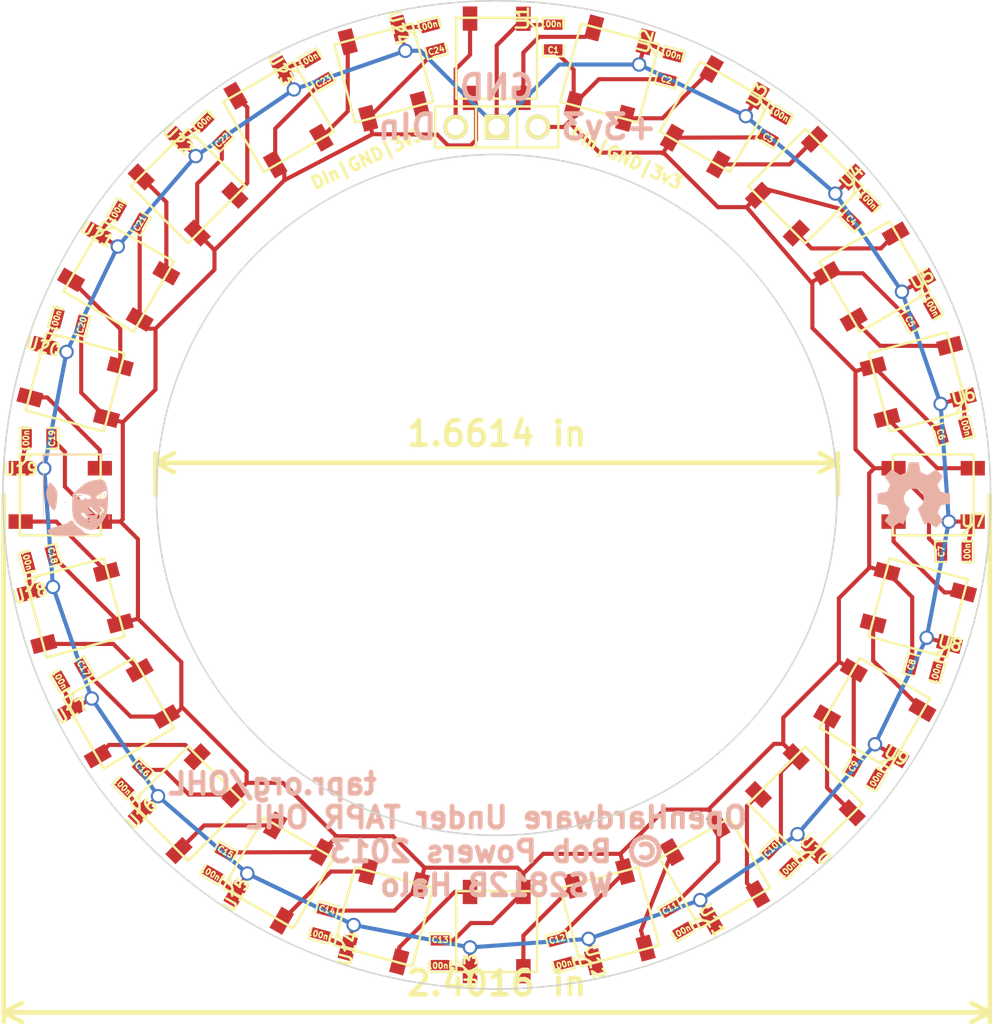
<source format=kicad_pcb>
(kicad_pcb (version 3) (host pcbnew "(2013-mar-13)-testing")

  (general
    (links 120)
    (no_connects 0)
    (area 119.399999 69.399999 180.600001 130.600001)
    (thickness 1.6)
    (drawings 10)
    (tracks 326)
    (zones 0)
    (modules 51)
    (nets 28)
  )

  (page A4)
  (layers
    (15 F.Cu signal)
    (0 B.Cu signal)
    (16 B.Adhes user)
    (17 F.Adhes user)
    (18 B.Paste user)
    (19 F.Paste user)
    (20 B.SilkS user)
    (21 F.SilkS user)
    (22 B.Mask user)
    (23 F.Mask user)
    (24 Dwgs.User user)
    (25 Cmts.User user)
    (26 Eco1.User user)
    (27 Eco2.User user)
    (28 Edge.Cuts user)
  )

  (setup
    (last_trace_width 0.254)
    (trace_clearance 0.254)
    (zone_clearance 0.2032)
    (zone_45_only no)
    (trace_min 0.254)
    (segment_width 0.2)
    (edge_width 0.1)
    (via_size 0.889)
    (via_drill 0.635)
    (via_min_size 0.889)
    (via_min_drill 0.508)
    (uvia_size 0.508)
    (uvia_drill 0.127)
    (uvias_allowed no)
    (uvia_min_size 0.508)
    (uvia_min_drill 0.127)
    (pcb_text_width 0.3)
    (pcb_text_size 1.5 1.5)
    (mod_edge_width 0.15)
    (mod_text_size 1 1)
    (mod_text_width 0.15)
    (pad_size 1.524 1.524)
    (pad_drill 1.016)
    (pad_to_mask_clearance 0)
    (aux_axis_origin 150 100)
    (visible_elements FFFFFF7F)
    (pcbplotparams
      (layerselection 284196865)
      (usegerberextensions true)
      (excludeedgelayer true)
      (linewidth 0.150000)
      (plotframeref false)
      (viasonmask false)
      (mode 1)
      (useauxorigin true)
      (hpglpennumber 1)
      (hpglpenspeed 20)
      (hpglpendiameter 15)
      (hpglpenoverlay 2)
      (psnegative false)
      (psa4output false)
      (plotreference true)
      (plotvalue true)
      (plotothertext true)
      (plotinvisibletext false)
      (padsonsilk false)
      (subtractmaskfromsilk false)
      (outputformat 1)
      (mirror false)
      (drillshape 0)
      (scaleselection 1)
      (outputdirectory Gerbers/))
  )

  (net 0 "")
  (net 1 +3.3V)
  (net 2 DIn)
  (net 3 GND)
  (net 4 N-000001)
  (net 5 N-0000010)
  (net 6 N-0000011)
  (net 7 N-0000012)
  (net 8 N-0000013)
  (net 9 N-0000014)
  (net 10 N-0000015)
  (net 11 N-0000016)
  (net 12 N-0000017)
  (net 13 N-0000018)
  (net 14 N-0000019)
  (net 15 N-0000020)
  (net 16 N-0000022)
  (net 17 N-0000023)
  (net 18 N-0000024)
  (net 19 N-0000025)
  (net 20 N-0000026)
  (net 21 N-0000027)
  (net 22 N-000004)
  (net 23 N-000005)
  (net 24 N-000006)
  (net 25 N-000007)
  (net 26 N-000008)
  (net 27 N-000009)

  (net_class Default "This is the default net class."
    (clearance 0.254)
    (trace_width 0.254)
    (via_dia 0.889)
    (via_drill 0.635)
    (uvia_dia 0.508)
    (uvia_drill 0.127)
    (add_net "")
    (add_net +3.3V)
    (add_net DIn)
    (add_net GND)
    (add_net N-000001)
    (add_net N-0000010)
    (add_net N-0000011)
    (add_net N-0000012)
    (add_net N-0000013)
    (add_net N-0000014)
    (add_net N-0000015)
    (add_net N-0000016)
    (add_net N-0000017)
    (add_net N-0000018)
    (add_net N-0000019)
    (add_net N-0000020)
    (add_net N-0000022)
    (add_net N-0000023)
    (add_net N-0000024)
    (add_net N-0000025)
    (add_net N-0000026)
    (add_net N-0000027)
    (add_net N-000004)
    (add_net N-000005)
    (add_net N-000006)
    (add_net N-000007)
    (add_net N-000008)
    (add_net N-000009)
  )

  (module _S2_PIN_ARRAY_3X1 (layer F.Cu) (tedit 5257CBA4) (tstamp 5257755A)
    (at 150 77.25 180)
    (descr "Connecteur 3 pins")
    (tags "CONN DEV")
    (path /52573B56)
    (fp_text reference K1 (at 0.254 -2.159 180) (layer F.SilkS) hide
      (effects (font (size 1.016 1.016) (thickness 0.1524)))
    )
    (fp_text value CONN_3 (at 0 -2.159 180) (layer F.SilkS) hide
      (effects (font (size 1.016 1.016) (thickness 0.1524)))
    )
    (fp_line (start 1.28 -1.27) (end 1.28 1.26) (layer F.SilkS) (width 0.15))
    (fp_line (start -3.81 1.27) (end -3.81 -1.27) (layer F.SilkS) (width 0.1524))
    (fp_line (start -3.81 -1.27) (end 3.81 -1.27) (layer F.SilkS) (width 0.1524))
    (fp_line (start 3.81 -1.27) (end 3.81 1.27) (layer F.SilkS) (width 0.1524))
    (fp_line (start 3.81 1.27) (end -3.81 1.27) (layer F.SilkS) (width 0.1524))
    (fp_line (start -1.27 -1.27) (end -1.27 1.27) (layer F.SilkS) (width 0.1524))
    (pad 1 thru_hole circle (at -2.54 0 180) (size 1.524 1.524) (drill 1.016)
      (layers *.Cu *.Mask F.SilkS)
      (net 1 +3.3V)
    )
    (pad 2 thru_hole rect (at 0 0 180) (size 1.524 1.524) (drill 1.016)
      (layers *.Cu *.Mask F.SilkS)
      (net 3 GND)
    )
    (pad 3 thru_hole circle (at 2.54 0 180) (size 1.524 1.524) (drill 1.016)
      (layers *.Cu *.Mask F.SilkS)
      (net 2 DIn)
    )
    (model pin_array/pins_array_3x1.wrl
      (at (xyz 0 0 0))
      (scale (xyz 1 1 1))
      (rotate (xyz 0 0 0))
    )
  )

  (module _S2_SM0603_Capa   placed (layer F.Cu) (tedit 51CB9B1F) (tstamp 5257508B)
    (at 153.5 71.69 90)
    (path /52575223)
    (attr smd)
    (fp_text reference C1 (at -0.8 0 180) (layer F.SilkS)
      (effects (font (size 0.35 0.35) (thickness 0.0875)))
    )
    (fp_text value 100nF (at 0.8 0 180) (layer F.SilkS)
      (effects (font (size 0.35 0.35) (thickness 0.0875)))
    )
    (fp_text user "" (at -0.8 0 180) (layer F.SilkS)
      (effects (font (size 0.35 0.35) (thickness 0.0875)))
    )
    (fp_line (start 0.50038 0.65024) (end 1.19888 0.65024) (layer F.SilkS) (width 0.11938))
    (fp_line (start -0.50038 0.65024) (end -1.19888 0.65024) (layer F.SilkS) (width 0.11938))
    (fp_line (start 0.50038 -0.65024) (end 1.19888 -0.65024) (layer F.SilkS) (width 0.11938))
    (fp_line (start -1.19888 -0.65024) (end -0.50038 -0.65024) (layer F.SilkS) (width 0.11938))
    (fp_line (start 1.19888 -0.635) (end 1.19888 0.635) (layer F.SilkS) (width 0.11938))
    (fp_line (start -1.19888 0.635) (end -1.19888 -0.635) (layer F.SilkS) (width 0.11938))
    (pad 1 smd rect (at -0.762 0 90) (size 0.635 1.143)
      (layers F.Cu F.Paste F.Mask)
      (net 1 +3.3V)
    )
    (pad 2 smd rect (at 0.762 0 90) (size 0.635 1.143)
      (layers F.Cu F.Paste F.Mask)
      (net 3 GND)
    )
    (model smd\capacitors\C0603.wrl
      (at (xyz 0 0 0.001))
      (scale (xyz 0.5 0.5 0.5))
      (rotate (xyz 0 0 0))
    )
  )

  (module _S2_SM0603_Capa   placed (layer F.Cu) (tedit 51CB9B1F) (tstamp 525750A5)
    (at 167.186 77.2328 60)
    (path /52575283)
    (attr smd)
    (fp_text reference C3 (at -0.8 0 150) (layer F.SilkS)
      (effects (font (size 0.35 0.35) (thickness 0.0875)))
    )
    (fp_text value 100nF (at 0.8 0 150) (layer F.SilkS)
      (effects (font (size 0.35 0.35) (thickness 0.0875)))
    )
    (fp_text user "" (at -0.8 0 150) (layer F.SilkS)
      (effects (font (size 0.35 0.35) (thickness 0.0875)))
    )
    (fp_line (start 0.50038 0.65024) (end 1.19888 0.65024) (layer F.SilkS) (width 0.11938))
    (fp_line (start -0.50038 0.65024) (end -1.19888 0.65024) (layer F.SilkS) (width 0.11938))
    (fp_line (start 0.50038 -0.65024) (end 1.19888 -0.65024) (layer F.SilkS) (width 0.11938))
    (fp_line (start -1.19888 -0.65024) (end -0.50038 -0.65024) (layer F.SilkS) (width 0.11938))
    (fp_line (start 1.19888 -0.635) (end 1.19888 0.635) (layer F.SilkS) (width 0.11938))
    (fp_line (start -1.19888 0.635) (end -1.19888 -0.635) (layer F.SilkS) (width 0.11938))
    (pad 1 smd rect (at -0.762 0 60) (size 0.635 1.143)
      (layers F.Cu F.Paste F.Mask)
      (net 1 +3.3V)
    )
    (pad 2 smd rect (at 0.762 0 60) (size 0.635 1.143)
      (layers F.Cu F.Paste F.Mask)
      (net 3 GND)
    )
    (model smd\capacitors\C0603.wrl
      (at (xyz 0 0 0.001))
      (scale (xyz 0.5 0.5 0.5))
      (rotate (xyz 0 0 0))
    )
  )

  (module _S2_SM0603_Capa   placed (layer F.Cu) (tedit 51CB9B1F) (tstamp 525750B2)
    (at 172.493 82.4567 45)
    (path /525752B3)
    (attr smd)
    (fp_text reference C4 (at -0.8 0 135) (layer F.SilkS)
      (effects (font (size 0.35 0.35) (thickness 0.0875)))
    )
    (fp_text value 100nF (at 0.8 0 135) (layer F.SilkS)
      (effects (font (size 0.35 0.35) (thickness 0.0875)))
    )
    (fp_text user "" (at -0.8 0 135) (layer F.SilkS)
      (effects (font (size 0.35 0.35) (thickness 0.0875)))
    )
    (fp_line (start 0.50038 0.65024) (end 1.19888 0.65024) (layer F.SilkS) (width 0.11938))
    (fp_line (start -0.50038 0.65024) (end -1.19888 0.65024) (layer F.SilkS) (width 0.11938))
    (fp_line (start 0.50038 -0.65024) (end 1.19888 -0.65024) (layer F.SilkS) (width 0.11938))
    (fp_line (start -1.19888 -0.65024) (end -0.50038 -0.65024) (layer F.SilkS) (width 0.11938))
    (fp_line (start 1.19888 -0.635) (end 1.19888 0.635) (layer F.SilkS) (width 0.11938))
    (fp_line (start -1.19888 0.635) (end -1.19888 -0.635) (layer F.SilkS) (width 0.11938))
    (pad 1 smd rect (at -0.762 0 45) (size 0.635 1.143)
      (layers F.Cu F.Paste F.Mask)
      (net 1 +3.3V)
    )
    (pad 2 smd rect (at 0.762 0 45) (size 0.635 1.143)
      (layers F.Cu F.Paste F.Mask)
      (net 3 GND)
    )
    (model smd\capacitors\C0603.wrl
      (at (xyz 0 0 0.001))
      (scale (xyz 0.5 0.5 0.5))
      (rotate (xyz 0 0 0))
    )
  )

  (module _S2_SM0603_Capa   placed (layer F.Cu) (tedit 51CB9B1F) (tstamp 525750BF)
    (at 176.267 88.8761 30)
    (path /525752E3)
    (attr smd)
    (fp_text reference C5 (at -0.8 0 120) (layer F.SilkS)
      (effects (font (size 0.35 0.35) (thickness 0.0875)))
    )
    (fp_text value 100nF (at 0.8 0 120) (layer F.SilkS)
      (effects (font (size 0.35 0.35) (thickness 0.0875)))
    )
    (fp_text user "" (at -0.8 0 120) (layer F.SilkS)
      (effects (font (size 0.35 0.35) (thickness 0.0875)))
    )
    (fp_line (start 0.50038 0.65024) (end 1.19888 0.65024) (layer F.SilkS) (width 0.11938))
    (fp_line (start -0.50038 0.65024) (end -1.19888 0.65024) (layer F.SilkS) (width 0.11938))
    (fp_line (start 0.50038 -0.65024) (end 1.19888 -0.65024) (layer F.SilkS) (width 0.11938))
    (fp_line (start -1.19888 -0.65024) (end -0.50038 -0.65024) (layer F.SilkS) (width 0.11938))
    (fp_line (start 1.19888 -0.635) (end 1.19888 0.635) (layer F.SilkS) (width 0.11938))
    (fp_line (start -1.19888 0.635) (end -1.19888 -0.635) (layer F.SilkS) (width 0.11938))
    (pad 1 smd rect (at -0.762 0 30) (size 0.635 1.143)
      (layers F.Cu F.Paste F.Mask)
      (net 1 +3.3V)
    )
    (pad 2 smd rect (at 0.762 0 30) (size 0.635 1.143)
      (layers F.Cu F.Paste F.Mask)
      (net 3 GND)
    )
    (model smd\capacitors\C0603.wrl
      (at (xyz 0 0 0.001))
      (scale (xyz 0.5 0.5 0.5))
      (rotate (xyz 0 0 0))
    )
  )

  (module _S2_SM0603_Capa   placed (layer F.Cu) (tedit 51CB9B1F) (tstamp 525750CC)
    (at 178.251 96.0536 15)
    (path /52575313)
    (attr smd)
    (fp_text reference C6 (at -0.8 0 105) (layer F.SilkS)
      (effects (font (size 0.35 0.35) (thickness 0.0875)))
    )
    (fp_text value 100nF (at 0.8 0 105) (layer F.SilkS)
      (effects (font (size 0.35 0.35) (thickness 0.0875)))
    )
    (fp_text user "" (at -0.8 0 105) (layer F.SilkS)
      (effects (font (size 0.35 0.35) (thickness 0.0875)))
    )
    (fp_line (start 0.50038 0.65024) (end 1.19888 0.65024) (layer F.SilkS) (width 0.11938))
    (fp_line (start -0.50038 0.65024) (end -1.19888 0.65024) (layer F.SilkS) (width 0.11938))
    (fp_line (start 0.50038 -0.65024) (end 1.19888 -0.65024) (layer F.SilkS) (width 0.11938))
    (fp_line (start -1.19888 -0.65024) (end -0.50038 -0.65024) (layer F.SilkS) (width 0.11938))
    (fp_line (start 1.19888 -0.635) (end 1.19888 0.635) (layer F.SilkS) (width 0.11938))
    (fp_line (start -1.19888 0.635) (end -1.19888 -0.635) (layer F.SilkS) (width 0.11938))
    (pad 1 smd rect (at -0.762 0 15) (size 0.635 1.143)
      (layers F.Cu F.Paste F.Mask)
      (net 1 +3.3V)
    )
    (pad 2 smd rect (at 0.762 0 15) (size 0.635 1.143)
      (layers F.Cu F.Paste F.Mask)
      (net 3 GND)
    )
    (model smd\capacitors\C0603.wrl
      (at (xyz 0 0 0.001))
      (scale (xyz 0.5 0.5 0.5))
      (rotate (xyz 0 0 0))
    )
  )

  (module _S2_SM0603_Capa   placed (layer F.Cu) (tedit 51CB9B1F) (tstamp 525750D9)
    (at 178.31 103.5)
    (path /525756A3)
    (attr smd)
    (fp_text reference C7 (at -0.8 0 90) (layer F.SilkS)
      (effects (font (size 0.35 0.35) (thickness 0.0875)))
    )
    (fp_text value 100nF (at 0.8 0 90) (layer F.SilkS)
      (effects (font (size 0.35 0.35) (thickness 0.0875)))
    )
    (fp_text user "" (at -0.8 0 90) (layer F.SilkS)
      (effects (font (size 0.35 0.35) (thickness 0.0875)))
    )
    (fp_line (start 0.50038 0.65024) (end 1.19888 0.65024) (layer F.SilkS) (width 0.11938))
    (fp_line (start -0.50038 0.65024) (end -1.19888 0.65024) (layer F.SilkS) (width 0.11938))
    (fp_line (start 0.50038 -0.65024) (end 1.19888 -0.65024) (layer F.SilkS) (width 0.11938))
    (fp_line (start -1.19888 -0.65024) (end -0.50038 -0.65024) (layer F.SilkS) (width 0.11938))
    (fp_line (start 1.19888 -0.635) (end 1.19888 0.635) (layer F.SilkS) (width 0.11938))
    (fp_line (start -1.19888 0.635) (end -1.19888 -0.635) (layer F.SilkS) (width 0.11938))
    (pad 1 smd rect (at -0.762 0) (size 0.635 1.143)
      (layers F.Cu F.Paste F.Mask)
      (net 1 +3.3V)
    )
    (pad 2 smd rect (at 0.762 0) (size 0.635 1.143)
      (layers F.Cu F.Paste F.Mask)
      (net 3 GND)
    )
    (model smd\capacitors\C0603.wrl
      (at (xyz 0 0 0.001))
      (scale (xyz 0.5 0.5 0.5))
      (rotate (xyz 0 0 0))
    )
  )

  (module _S2_SM0603_Capa   placed (layer F.Cu) (tedit 51CB9B1F) (tstamp 525750E6)
    (at 176.439 110.708 345)
    (path /525756D3)
    (attr smd)
    (fp_text reference C8 (at -0.8 0 435) (layer F.SilkS)
      (effects (font (size 0.35 0.35) (thickness 0.0875)))
    )
    (fp_text value 100nF (at 0.8 0 435) (layer F.SilkS)
      (effects (font (size 0.35 0.35) (thickness 0.0875)))
    )
    (fp_text user "" (at -0.8 0 435) (layer F.SilkS)
      (effects (font (size 0.35 0.35) (thickness 0.0875)))
    )
    (fp_line (start 0.50038 0.65024) (end 1.19888 0.65024) (layer F.SilkS) (width 0.11938))
    (fp_line (start -0.50038 0.65024) (end -1.19888 0.65024) (layer F.SilkS) (width 0.11938))
    (fp_line (start 0.50038 -0.65024) (end 1.19888 -0.65024) (layer F.SilkS) (width 0.11938))
    (fp_line (start -1.19888 -0.65024) (end -0.50038 -0.65024) (layer F.SilkS) (width 0.11938))
    (fp_line (start 1.19888 -0.635) (end 1.19888 0.635) (layer F.SilkS) (width 0.11938))
    (fp_line (start -1.19888 0.635) (end -1.19888 -0.635) (layer F.SilkS) (width 0.11938))
    (pad 1 smd rect (at -0.762 0 345) (size 0.635 1.143)
      (layers F.Cu F.Paste F.Mask)
      (net 1 +3.3V)
    )
    (pad 2 smd rect (at 0.762 0 345) (size 0.635 1.143)
      (layers F.Cu F.Paste F.Mask)
      (net 3 GND)
    )
    (model smd\capacitors\C0603.wrl
      (at (xyz 0 0 0.001))
      (scale (xyz 0.5 0.5 0.5))
      (rotate (xyz 0 0 0))
    )
  )

  (module _S2_SM0603_Capa   placed (layer F.Cu) (tedit 51CB9B1F) (tstamp 525750F3)
    (at 172.767 117.186 330)
    (path /52575703)
    (attr smd)
    (fp_text reference C9 (at -0.8 0 420) (layer F.SilkS)
      (effects (font (size 0.35 0.35) (thickness 0.0875)))
    )
    (fp_text value 100nF (at 0.8 0 420) (layer F.SilkS)
      (effects (font (size 0.35 0.35) (thickness 0.0875)))
    )
    (fp_text user "" (at -0.8 0 420) (layer F.SilkS)
      (effects (font (size 0.35 0.35) (thickness 0.0875)))
    )
    (fp_line (start 0.50038 0.65024) (end 1.19888 0.65024) (layer F.SilkS) (width 0.11938))
    (fp_line (start -0.50038 0.65024) (end -1.19888 0.65024) (layer F.SilkS) (width 0.11938))
    (fp_line (start 0.50038 -0.65024) (end 1.19888 -0.65024) (layer F.SilkS) (width 0.11938))
    (fp_line (start -1.19888 -0.65024) (end -0.50038 -0.65024) (layer F.SilkS) (width 0.11938))
    (fp_line (start 1.19888 -0.635) (end 1.19888 0.635) (layer F.SilkS) (width 0.11938))
    (fp_line (start -1.19888 0.635) (end -1.19888 -0.635) (layer F.SilkS) (width 0.11938))
    (pad 1 smd rect (at -0.762 0 330) (size 0.635 1.143)
      (layers F.Cu F.Paste F.Mask)
      (net 1 +3.3V)
    )
    (pad 2 smd rect (at 0.762 0 330) (size 0.635 1.143)
      (layers F.Cu F.Paste F.Mask)
      (net 3 GND)
    )
    (model smd\capacitors\C0603.wrl
      (at (xyz 0 0 0.001))
      (scale (xyz 0.5 0.5 0.5))
      (rotate (xyz 0 0 0))
    )
  )

  (module _S2_SM0603_Capa   placed (layer F.Cu) (tedit 51CB9B1F) (tstamp 52575100)
    (at 167.543 122.493 315)
    (path /52575733)
    (attr smd)
    (fp_text reference C10 (at -0.8 0 405) (layer F.SilkS)
      (effects (font (size 0.35 0.35) (thickness 0.0875)))
    )
    (fp_text value 100nF (at 0.8 0 405) (layer F.SilkS)
      (effects (font (size 0.35 0.35) (thickness 0.0875)))
    )
    (fp_text user "" (at -0.8 0 405) (layer F.SilkS)
      (effects (font (size 0.35 0.35) (thickness 0.0875)))
    )
    (fp_line (start 0.50038 0.65024) (end 1.19888 0.65024) (layer F.SilkS) (width 0.11938))
    (fp_line (start -0.50038 0.65024) (end -1.19888 0.65024) (layer F.SilkS) (width 0.11938))
    (fp_line (start 0.50038 -0.65024) (end 1.19888 -0.65024) (layer F.SilkS) (width 0.11938))
    (fp_line (start -1.19888 -0.65024) (end -0.50038 -0.65024) (layer F.SilkS) (width 0.11938))
    (fp_line (start 1.19888 -0.635) (end 1.19888 0.635) (layer F.SilkS) (width 0.11938))
    (fp_line (start -1.19888 0.635) (end -1.19888 -0.635) (layer F.SilkS) (width 0.11938))
    (pad 1 smd rect (at -0.762 0 315) (size 0.635 1.143)
      (layers F.Cu F.Paste F.Mask)
      (net 1 +3.3V)
    )
    (pad 2 smd rect (at 0.762 0 315) (size 0.635 1.143)
      (layers F.Cu F.Paste F.Mask)
      (net 3 GND)
    )
    (model smd\capacitors\C0603.wrl
      (at (xyz 0 0 0.001))
      (scale (xyz 0.5 0.5 0.5))
      (rotate (xyz 0 0 0))
    )
  )

  (module _S2_SM0603_Capa   placed (layer F.Cu) (tedit 51CB9B1F) (tstamp 5257510D)
    (at 161.124 126.267 300)
    (path /52575763)
    (attr smd)
    (fp_text reference C11 (at -0.8 0 390) (layer F.SilkS)
      (effects (font (size 0.35 0.35) (thickness 0.0875)))
    )
    (fp_text value 100nF (at 0.8 0 390) (layer F.SilkS)
      (effects (font (size 0.35 0.35) (thickness 0.0875)))
    )
    (fp_text user "" (at -0.8 0 390) (layer F.SilkS)
      (effects (font (size 0.35 0.35) (thickness 0.0875)))
    )
    (fp_line (start 0.50038 0.65024) (end 1.19888 0.65024) (layer F.SilkS) (width 0.11938))
    (fp_line (start -0.50038 0.65024) (end -1.19888 0.65024) (layer F.SilkS) (width 0.11938))
    (fp_line (start 0.50038 -0.65024) (end 1.19888 -0.65024) (layer F.SilkS) (width 0.11938))
    (fp_line (start -1.19888 -0.65024) (end -0.50038 -0.65024) (layer F.SilkS) (width 0.11938))
    (fp_line (start 1.19888 -0.635) (end 1.19888 0.635) (layer F.SilkS) (width 0.11938))
    (fp_line (start -1.19888 0.635) (end -1.19888 -0.635) (layer F.SilkS) (width 0.11938))
    (pad 1 smd rect (at -0.762 0 300) (size 0.635 1.143)
      (layers F.Cu F.Paste F.Mask)
      (net 1 +3.3V)
    )
    (pad 2 smd rect (at 0.762 0 300) (size 0.635 1.143)
      (layers F.Cu F.Paste F.Mask)
      (net 3 GND)
    )
    (model smd\capacitors\C0603.wrl
      (at (xyz 0 0 0.001))
      (scale (xyz 0.5 0.5 0.5))
      (rotate (xyz 0 0 0))
    )
  )

  (module _S2_SM0603_Capa   placed (layer F.Cu) (tedit 51CB9B1F) (tstamp 5257511A)
    (at 153.946 128.251 285)
    (path /52575793)
    (attr smd)
    (fp_text reference C12 (at -0.8 0 375) (layer F.SilkS)
      (effects (font (size 0.35 0.35) (thickness 0.0875)))
    )
    (fp_text value 100nF (at 0.8 0 375) (layer F.SilkS)
      (effects (font (size 0.35 0.35) (thickness 0.0875)))
    )
    (fp_text user "" (at -0.8 0 375) (layer F.SilkS)
      (effects (font (size 0.35 0.35) (thickness 0.0875)))
    )
    (fp_line (start 0.50038 0.65024) (end 1.19888 0.65024) (layer F.SilkS) (width 0.11938))
    (fp_line (start -0.50038 0.65024) (end -1.19888 0.65024) (layer F.SilkS) (width 0.11938))
    (fp_line (start 0.50038 -0.65024) (end 1.19888 -0.65024) (layer F.SilkS) (width 0.11938))
    (fp_line (start -1.19888 -0.65024) (end -0.50038 -0.65024) (layer F.SilkS) (width 0.11938))
    (fp_line (start 1.19888 -0.635) (end 1.19888 0.635) (layer F.SilkS) (width 0.11938))
    (fp_line (start -1.19888 0.635) (end -1.19888 -0.635) (layer F.SilkS) (width 0.11938))
    (pad 1 smd rect (at -0.762 0 285) (size 0.635 1.143)
      (layers F.Cu F.Paste F.Mask)
      (net 1 +3.3V)
    )
    (pad 2 smd rect (at 0.762 0 285) (size 0.635 1.143)
      (layers F.Cu F.Paste F.Mask)
      (net 3 GND)
    )
    (model smd\capacitors\C0603.wrl
      (at (xyz 0 0 0.001))
      (scale (xyz 0.5 0.5 0.5))
      (rotate (xyz 0 0 0))
    )
  )

  (module _S2_SM0603_Capa   placed (layer F.Cu) (tedit 51CB9B1F) (tstamp 52575127)
    (at 146.5 128.31 270)
    (path /525758E3)
    (attr smd)
    (fp_text reference C13 (at -0.8 0 360) (layer F.SilkS)
      (effects (font (size 0.35 0.35) (thickness 0.0875)))
    )
    (fp_text value 100nF (at 0.8 0 360) (layer F.SilkS)
      (effects (font (size 0.35 0.35) (thickness 0.0875)))
    )
    (fp_text user "" (at -0.8 0 360) (layer F.SilkS)
      (effects (font (size 0.35 0.35) (thickness 0.0875)))
    )
    (fp_line (start 0.50038 0.65024) (end 1.19888 0.65024) (layer F.SilkS) (width 0.11938))
    (fp_line (start -0.50038 0.65024) (end -1.19888 0.65024) (layer F.SilkS) (width 0.11938))
    (fp_line (start 0.50038 -0.65024) (end 1.19888 -0.65024) (layer F.SilkS) (width 0.11938))
    (fp_line (start -1.19888 -0.65024) (end -0.50038 -0.65024) (layer F.SilkS) (width 0.11938))
    (fp_line (start 1.19888 -0.635) (end 1.19888 0.635) (layer F.SilkS) (width 0.11938))
    (fp_line (start -1.19888 0.635) (end -1.19888 -0.635) (layer F.SilkS) (width 0.11938))
    (pad 1 smd rect (at -0.762 0 270) (size 0.635 1.143)
      (layers F.Cu F.Paste F.Mask)
      (net 1 +3.3V)
    )
    (pad 2 smd rect (at 0.762 0 270) (size 0.635 1.143)
      (layers F.Cu F.Paste F.Mask)
      (net 3 GND)
    )
    (model smd\capacitors\C0603.wrl
      (at (xyz 0 0 0.001))
      (scale (xyz 0.5 0.5 0.5))
      (rotate (xyz 0 0 0))
    )
  )

  (module _S2_SM0603_Capa   placed (layer F.Cu) (tedit 51CB9B1F) (tstamp 52575134)
    (at 139.292 126.439 255)
    (path /52575913)
    (attr smd)
    (fp_text reference C14 (at -0.8 0 345) (layer F.SilkS)
      (effects (font (size 0.35 0.35) (thickness 0.0875)))
    )
    (fp_text value 100nF (at 0.8 0 345) (layer F.SilkS)
      (effects (font (size 0.35 0.35) (thickness 0.0875)))
    )
    (fp_text user "" (at -0.8 0 345) (layer F.SilkS)
      (effects (font (size 0.35 0.35) (thickness 0.0875)))
    )
    (fp_line (start 0.50038 0.65024) (end 1.19888 0.65024) (layer F.SilkS) (width 0.11938))
    (fp_line (start -0.50038 0.65024) (end -1.19888 0.65024) (layer F.SilkS) (width 0.11938))
    (fp_line (start 0.50038 -0.65024) (end 1.19888 -0.65024) (layer F.SilkS) (width 0.11938))
    (fp_line (start -1.19888 -0.65024) (end -0.50038 -0.65024) (layer F.SilkS) (width 0.11938))
    (fp_line (start 1.19888 -0.635) (end 1.19888 0.635) (layer F.SilkS) (width 0.11938))
    (fp_line (start -1.19888 0.635) (end -1.19888 -0.635) (layer F.SilkS) (width 0.11938))
    (pad 1 smd rect (at -0.762 0 255) (size 0.635 1.143)
      (layers F.Cu F.Paste F.Mask)
      (net 1 +3.3V)
    )
    (pad 2 smd rect (at 0.762 0 255) (size 0.635 1.143)
      (layers F.Cu F.Paste F.Mask)
      (net 3 GND)
    )
    (model smd\capacitors\C0603.wrl
      (at (xyz 0 0 0.001))
      (scale (xyz 0.5 0.5 0.5))
      (rotate (xyz 0 0 0))
    )
  )

  (module _S2_SM0603_Capa   placed (layer F.Cu) (tedit 51CB9B1F) (tstamp 52575141)
    (at 132.814 122.767 240)
    (path /52575943)
    (attr smd)
    (fp_text reference C15 (at -0.8 0 330) (layer F.SilkS)
      (effects (font (size 0.35 0.35) (thickness 0.0875)))
    )
    (fp_text value 100nF (at 0.8 0 330) (layer F.SilkS)
      (effects (font (size 0.35 0.35) (thickness 0.0875)))
    )
    (fp_text user "" (at -0.8 0 330) (layer F.SilkS)
      (effects (font (size 0.35 0.35) (thickness 0.0875)))
    )
    (fp_line (start 0.50038 0.65024) (end 1.19888 0.65024) (layer F.SilkS) (width 0.11938))
    (fp_line (start -0.50038 0.65024) (end -1.19888 0.65024) (layer F.SilkS) (width 0.11938))
    (fp_line (start 0.50038 -0.65024) (end 1.19888 -0.65024) (layer F.SilkS) (width 0.11938))
    (fp_line (start -1.19888 -0.65024) (end -0.50038 -0.65024) (layer F.SilkS) (width 0.11938))
    (fp_line (start 1.19888 -0.635) (end 1.19888 0.635) (layer F.SilkS) (width 0.11938))
    (fp_line (start -1.19888 0.635) (end -1.19888 -0.635) (layer F.SilkS) (width 0.11938))
    (pad 1 smd rect (at -0.762 0 240) (size 0.635 1.143)
      (layers F.Cu F.Paste F.Mask)
      (net 1 +3.3V)
    )
    (pad 2 smd rect (at 0.762 0 240) (size 0.635 1.143)
      (layers F.Cu F.Paste F.Mask)
      (net 3 GND)
    )
    (model smd\capacitors\C0603.wrl
      (at (xyz 0 0 0.001))
      (scale (xyz 0.5 0.5 0.5))
      (rotate (xyz 0 0 0))
    )
  )

  (module _S2_SM0603_Capa   placed (layer F.Cu) (tedit 51CB9B1F) (tstamp 5257514E)
    (at 127.507 117.543 225)
    (path /52575973)
    (attr smd)
    (fp_text reference C16 (at -0.8 0 315) (layer F.SilkS)
      (effects (font (size 0.35 0.35) (thickness 0.0875)))
    )
    (fp_text value 100nF (at 0.8 0 315) (layer F.SilkS)
      (effects (font (size 0.35 0.35) (thickness 0.0875)))
    )
    (fp_text user "" (at -0.8 0 315) (layer F.SilkS)
      (effects (font (size 0.35 0.35) (thickness 0.0875)))
    )
    (fp_line (start 0.50038 0.65024) (end 1.19888 0.65024) (layer F.SilkS) (width 0.11938))
    (fp_line (start -0.50038 0.65024) (end -1.19888 0.65024) (layer F.SilkS) (width 0.11938))
    (fp_line (start 0.50038 -0.65024) (end 1.19888 -0.65024) (layer F.SilkS) (width 0.11938))
    (fp_line (start -1.19888 -0.65024) (end -0.50038 -0.65024) (layer F.SilkS) (width 0.11938))
    (fp_line (start 1.19888 -0.635) (end 1.19888 0.635) (layer F.SilkS) (width 0.11938))
    (fp_line (start -1.19888 0.635) (end -1.19888 -0.635) (layer F.SilkS) (width 0.11938))
    (pad 1 smd rect (at -0.762 0 225) (size 0.635 1.143)
      (layers F.Cu F.Paste F.Mask)
      (net 1 +3.3V)
    )
    (pad 2 smd rect (at 0.762 0 225) (size 0.635 1.143)
      (layers F.Cu F.Paste F.Mask)
      (net 3 GND)
    )
    (model smd\capacitors\C0603.wrl
      (at (xyz 0 0 0.001))
      (scale (xyz 0.5 0.5 0.5))
      (rotate (xyz 0 0 0))
    )
  )

  (module _S2_SM0603_Capa   placed (layer F.Cu) (tedit 51CB9B1F) (tstamp 5257515B)
    (at 123.733 111.124 210)
    (path /525759A3)
    (attr smd)
    (fp_text reference C17 (at -0.8 0 300) (layer F.SilkS)
      (effects (font (size 0.35 0.35) (thickness 0.0875)))
    )
    (fp_text value 100nF (at 0.8 0 300) (layer F.SilkS)
      (effects (font (size 0.35 0.35) (thickness 0.0875)))
    )
    (fp_text user "" (at -0.8 0 300) (layer F.SilkS)
      (effects (font (size 0.35 0.35) (thickness 0.0875)))
    )
    (fp_line (start 0.50038 0.65024) (end 1.19888 0.65024) (layer F.SilkS) (width 0.11938))
    (fp_line (start -0.50038 0.65024) (end -1.19888 0.65024) (layer F.SilkS) (width 0.11938))
    (fp_line (start 0.50038 -0.65024) (end 1.19888 -0.65024) (layer F.SilkS) (width 0.11938))
    (fp_line (start -1.19888 -0.65024) (end -0.50038 -0.65024) (layer F.SilkS) (width 0.11938))
    (fp_line (start 1.19888 -0.635) (end 1.19888 0.635) (layer F.SilkS) (width 0.11938))
    (fp_line (start -1.19888 0.635) (end -1.19888 -0.635) (layer F.SilkS) (width 0.11938))
    (pad 1 smd rect (at -0.762 0 210) (size 0.635 1.143)
      (layers F.Cu F.Paste F.Mask)
      (net 1 +3.3V)
    )
    (pad 2 smd rect (at 0.762 0 210) (size 0.635 1.143)
      (layers F.Cu F.Paste F.Mask)
      (net 3 GND)
    )
    (model smd\capacitors\C0603.wrl
      (at (xyz 0 0 0.001))
      (scale (xyz 0.5 0.5 0.5))
      (rotate (xyz 0 0 0))
    )
  )

  (module _S2_SM0603_Capa   placed (layer F.Cu) (tedit 51CB9B1F) (tstamp 52575168)
    (at 121.749 103.946 195)
    (path /525759D3)
    (attr smd)
    (fp_text reference C18 (at -0.8 0 285) (layer F.SilkS)
      (effects (font (size 0.35 0.35) (thickness 0.0875)))
    )
    (fp_text value 100nF (at 0.8 0 285) (layer F.SilkS)
      (effects (font (size 0.35 0.35) (thickness 0.0875)))
    )
    (fp_text user "" (at -0.8 0 285) (layer F.SilkS)
      (effects (font (size 0.35 0.35) (thickness 0.0875)))
    )
    (fp_line (start 0.50038 0.65024) (end 1.19888 0.65024) (layer F.SilkS) (width 0.11938))
    (fp_line (start -0.50038 0.65024) (end -1.19888 0.65024) (layer F.SilkS) (width 0.11938))
    (fp_line (start 0.50038 -0.65024) (end 1.19888 -0.65024) (layer F.SilkS) (width 0.11938))
    (fp_line (start -1.19888 -0.65024) (end -0.50038 -0.65024) (layer F.SilkS) (width 0.11938))
    (fp_line (start 1.19888 -0.635) (end 1.19888 0.635) (layer F.SilkS) (width 0.11938))
    (fp_line (start -1.19888 0.635) (end -1.19888 -0.635) (layer F.SilkS) (width 0.11938))
    (pad 1 smd rect (at -0.762 0 195) (size 0.635 1.143)
      (layers F.Cu F.Paste F.Mask)
      (net 1 +3.3V)
    )
    (pad 2 smd rect (at 0.762 0 195) (size 0.635 1.143)
      (layers F.Cu F.Paste F.Mask)
      (net 3 GND)
    )
    (model smd\capacitors\C0603.wrl
      (at (xyz 0 0 0.001))
      (scale (xyz 0.5 0.5 0.5))
      (rotate (xyz 0 0 0))
    )
  )

  (module _S2_SM0603_Capa   placed (layer F.Cu) (tedit 51CB9B1F) (tstamp 52575175)
    (at 121.69 96.5 180)
    (path /52575B23)
    (attr smd)
    (fp_text reference C19 (at -0.8 0 270) (layer F.SilkS)
      (effects (font (size 0.35 0.35) (thickness 0.0875)))
    )
    (fp_text value 100nF (at 0.8 0 270) (layer F.SilkS)
      (effects (font (size 0.35 0.35) (thickness 0.0875)))
    )
    (fp_text user "" (at -0.8 0 270) (layer F.SilkS)
      (effects (font (size 0.35 0.35) (thickness 0.0875)))
    )
    (fp_line (start 0.50038 0.65024) (end 1.19888 0.65024) (layer F.SilkS) (width 0.11938))
    (fp_line (start -0.50038 0.65024) (end -1.19888 0.65024) (layer F.SilkS) (width 0.11938))
    (fp_line (start 0.50038 -0.65024) (end 1.19888 -0.65024) (layer F.SilkS) (width 0.11938))
    (fp_line (start -1.19888 -0.65024) (end -0.50038 -0.65024) (layer F.SilkS) (width 0.11938))
    (fp_line (start 1.19888 -0.635) (end 1.19888 0.635) (layer F.SilkS) (width 0.11938))
    (fp_line (start -1.19888 0.635) (end -1.19888 -0.635) (layer F.SilkS) (width 0.11938))
    (pad 1 smd rect (at -0.762 0 180) (size 0.635 1.143)
      (layers F.Cu F.Paste F.Mask)
      (net 1 +3.3V)
    )
    (pad 2 smd rect (at 0.762 0 180) (size 0.635 1.143)
      (layers F.Cu F.Paste F.Mask)
      (net 3 GND)
    )
    (model smd\capacitors\C0603.wrl
      (at (xyz 0 0 0.001))
      (scale (xyz 0.5 0.5 0.5))
      (rotate (xyz 0 0 0))
    )
  )

  (module _S2_SM0603_Capa   placed (layer F.Cu) (tedit 51CB9B1F) (tstamp 52575182)
    (at 123.561 89.2921 165)
    (path /52575B53)
    (attr smd)
    (fp_text reference C20 (at -0.8 0 255) (layer F.SilkS)
      (effects (font (size 0.35 0.35) (thickness 0.0875)))
    )
    (fp_text value 100nF (at 0.8 0 255) (layer F.SilkS)
      (effects (font (size 0.35 0.35) (thickness 0.0875)))
    )
    (fp_text user "" (at -0.8 0 255) (layer F.SilkS)
      (effects (font (size 0.35 0.35) (thickness 0.0875)))
    )
    (fp_line (start 0.50038 0.65024) (end 1.19888 0.65024) (layer F.SilkS) (width 0.11938))
    (fp_line (start -0.50038 0.65024) (end -1.19888 0.65024) (layer F.SilkS) (width 0.11938))
    (fp_line (start 0.50038 -0.65024) (end 1.19888 -0.65024) (layer F.SilkS) (width 0.11938))
    (fp_line (start -1.19888 -0.65024) (end -0.50038 -0.65024) (layer F.SilkS) (width 0.11938))
    (fp_line (start 1.19888 -0.635) (end 1.19888 0.635) (layer F.SilkS) (width 0.11938))
    (fp_line (start -1.19888 0.635) (end -1.19888 -0.635) (layer F.SilkS) (width 0.11938))
    (pad 1 smd rect (at -0.762 0 165) (size 0.635 1.143)
      (layers F.Cu F.Paste F.Mask)
      (net 1 +3.3V)
    )
    (pad 2 smd rect (at 0.762 0 165) (size 0.635 1.143)
      (layers F.Cu F.Paste F.Mask)
      (net 3 GND)
    )
    (model smd\capacitors\C0603.wrl
      (at (xyz 0 0 0.001))
      (scale (xyz 0.5 0.5 0.5))
      (rotate (xyz 0 0 0))
    )
  )

  (module _S2_SM0603_Capa   placed (layer F.Cu) (tedit 51CB9B1F) (tstamp 5257518F)
    (at 127.233 82.8139 150)
    (path /52575B83)
    (attr smd)
    (fp_text reference C21 (at -0.8 0 240) (layer F.SilkS)
      (effects (font (size 0.35 0.35) (thickness 0.0875)))
    )
    (fp_text value 100nF (at 0.8 0 240) (layer F.SilkS)
      (effects (font (size 0.35 0.35) (thickness 0.0875)))
    )
    (fp_text user "" (at -0.8 0 240) (layer F.SilkS)
      (effects (font (size 0.35 0.35) (thickness 0.0875)))
    )
    (fp_line (start 0.50038 0.65024) (end 1.19888 0.65024) (layer F.SilkS) (width 0.11938))
    (fp_line (start -0.50038 0.65024) (end -1.19888 0.65024) (layer F.SilkS) (width 0.11938))
    (fp_line (start 0.50038 -0.65024) (end 1.19888 -0.65024) (layer F.SilkS) (width 0.11938))
    (fp_line (start -1.19888 -0.65024) (end -0.50038 -0.65024) (layer F.SilkS) (width 0.11938))
    (fp_line (start 1.19888 -0.635) (end 1.19888 0.635) (layer F.SilkS) (width 0.11938))
    (fp_line (start -1.19888 0.635) (end -1.19888 -0.635) (layer F.SilkS) (width 0.11938))
    (pad 1 smd rect (at -0.762 0 150) (size 0.635 1.143)
      (layers F.Cu F.Paste F.Mask)
      (net 1 +3.3V)
    )
    (pad 2 smd rect (at 0.762 0 150) (size 0.635 1.143)
      (layers F.Cu F.Paste F.Mask)
      (net 3 GND)
    )
    (model smd\capacitors\C0603.wrl
      (at (xyz 0 0 0.001))
      (scale (xyz 0.5 0.5 0.5))
      (rotate (xyz 0 0 0))
    )
  )

  (module _S2_SM0603_Capa   placed (layer F.Cu) (tedit 51CB9B1F) (tstamp 5257519C)
    (at 132.457 77.5069 135)
    (path /52575BB3)
    (attr smd)
    (fp_text reference C22 (at -0.8 0 225) (layer F.SilkS)
      (effects (font (size 0.35 0.35) (thickness 0.0875)))
    )
    (fp_text value 100nF (at 0.8 0 225) (layer F.SilkS)
      (effects (font (size 0.35 0.35) (thickness 0.0875)))
    )
    (fp_text user "" (at -0.8 0 225) (layer F.SilkS)
      (effects (font (size 0.35 0.35) (thickness 0.0875)))
    )
    (fp_line (start 0.50038 0.65024) (end 1.19888 0.65024) (layer F.SilkS) (width 0.11938))
    (fp_line (start -0.50038 0.65024) (end -1.19888 0.65024) (layer F.SilkS) (width 0.11938))
    (fp_line (start 0.50038 -0.65024) (end 1.19888 -0.65024) (layer F.SilkS) (width 0.11938))
    (fp_line (start -1.19888 -0.65024) (end -0.50038 -0.65024) (layer F.SilkS) (width 0.11938))
    (fp_line (start 1.19888 -0.635) (end 1.19888 0.635) (layer F.SilkS) (width 0.11938))
    (fp_line (start -1.19888 0.635) (end -1.19888 -0.635) (layer F.SilkS) (width 0.11938))
    (pad 1 smd rect (at -0.762 0 135) (size 0.635 1.143)
      (layers F.Cu F.Paste F.Mask)
      (net 1 +3.3V)
    )
    (pad 2 smd rect (at 0.762 0 135) (size 0.635 1.143)
      (layers F.Cu F.Paste F.Mask)
      (net 3 GND)
    )
    (model smd\capacitors\C0603.wrl
      (at (xyz 0 0 0.001))
      (scale (xyz 0.5 0.5 0.5))
      (rotate (xyz 0 0 0))
    )
  )

  (module _S2_SM0603_Capa   placed (layer F.Cu) (tedit 51CB9B1F) (tstamp 525751A9)
    (at 138.876 73.7328 120)
    (path /52575BE3)
    (attr smd)
    (fp_text reference C23 (at -0.8 0 210) (layer F.SilkS)
      (effects (font (size 0.35 0.35) (thickness 0.0875)))
    )
    (fp_text value 100nF (at 0.8 0 210) (layer F.SilkS)
      (effects (font (size 0.35 0.35) (thickness 0.0875)))
    )
    (fp_text user "" (at -0.8 0 210) (layer F.SilkS)
      (effects (font (size 0.35 0.35) (thickness 0.0875)))
    )
    (fp_line (start 0.50038 0.65024) (end 1.19888 0.65024) (layer F.SilkS) (width 0.11938))
    (fp_line (start -0.50038 0.65024) (end -1.19888 0.65024) (layer F.SilkS) (width 0.11938))
    (fp_line (start 0.50038 -0.65024) (end 1.19888 -0.65024) (layer F.SilkS) (width 0.11938))
    (fp_line (start -1.19888 -0.65024) (end -0.50038 -0.65024) (layer F.SilkS) (width 0.11938))
    (fp_line (start 1.19888 -0.635) (end 1.19888 0.635) (layer F.SilkS) (width 0.11938))
    (fp_line (start -1.19888 0.635) (end -1.19888 -0.635) (layer F.SilkS) (width 0.11938))
    (pad 1 smd rect (at -0.762 0 120) (size 0.635 1.143)
      (layers F.Cu F.Paste F.Mask)
      (net 1 +3.3V)
    )
    (pad 2 smd rect (at 0.762 0 120) (size 0.635 1.143)
      (layers F.Cu F.Paste F.Mask)
      (net 3 GND)
    )
    (model smd\capacitors\C0603.wrl
      (at (xyz 0 0 0.001))
      (scale (xyz 0.5 0.5 0.5))
      (rotate (xyz 0 0 0))
    )
  )

  (module _S2_SM0603_Capa   placed (layer F.Cu) (tedit 51CB9B1F) (tstamp 525751B6)
    (at 146.054 71.7488 105)
    (path /52575C13)
    (attr smd)
    (fp_text reference C24 (at -0.8 0 195) (layer F.SilkS)
      (effects (font (size 0.35 0.35) (thickness 0.0875)))
    )
    (fp_text value 100nF (at 0.8 0 195) (layer F.SilkS)
      (effects (font (size 0.35 0.35) (thickness 0.0875)))
    )
    (fp_text user "" (at -0.8 0 195) (layer F.SilkS)
      (effects (font (size 0.35 0.35) (thickness 0.0875)))
    )
    (fp_line (start 0.50038 0.65024) (end 1.19888 0.65024) (layer F.SilkS) (width 0.11938))
    (fp_line (start -0.50038 0.65024) (end -1.19888 0.65024) (layer F.SilkS) (width 0.11938))
    (fp_line (start 0.50038 -0.65024) (end 1.19888 -0.65024) (layer F.SilkS) (width 0.11938))
    (fp_line (start -1.19888 -0.65024) (end -0.50038 -0.65024) (layer F.SilkS) (width 0.11938))
    (fp_line (start 1.19888 -0.635) (end 1.19888 0.635) (layer F.SilkS) (width 0.11938))
    (fp_line (start -1.19888 0.635) (end -1.19888 -0.635) (layer F.SilkS) (width 0.11938))
    (pad 1 smd rect (at -0.762 0 105) (size 0.635 1.143)
      (layers F.Cu F.Paste F.Mask)
      (net 1 +3.3V)
    )
    (pad 2 smd rect (at 0.762 0 105) (size 0.635 1.143)
      (layers F.Cu F.Paste F.Mask)
      (net 3 GND)
    )
    (model smd\capacitors\C0603.wrl
      (at (xyz 0 0 0.001))
      (scale (xyz 0.5 0.5 0.5))
      (rotate (xyz 0 0 0))
    )
  )

  (module _S2_SM0603_Capa (layer F.Cu) (tedit 51CB9B1F) (tstamp 525769AF)
    (at 160.708 73.5605 75)
    (path /52575253)
    (attr smd)
    (fp_text reference C2 (at -0.8 0 165) (layer F.SilkS)
      (effects (font (size 0.35 0.35) (thickness 0.0875)))
    )
    (fp_text value 100nF (at 0.8 0 165) (layer F.SilkS)
      (effects (font (size 0.35 0.35) (thickness 0.0875)))
    )
    (fp_text user "" (at -0.8 0 165) (layer F.SilkS)
      (effects (font (size 0.35 0.35) (thickness 0.0875)))
    )
    (fp_line (start 0.50038 0.65024) (end 1.19888 0.65024) (layer F.SilkS) (width 0.11938))
    (fp_line (start -0.50038 0.65024) (end -1.19888 0.65024) (layer F.SilkS) (width 0.11938))
    (fp_line (start 0.50038 -0.65024) (end 1.19888 -0.65024) (layer F.SilkS) (width 0.11938))
    (fp_line (start -1.19888 -0.65024) (end -0.50038 -0.65024) (layer F.SilkS) (width 0.11938))
    (fp_line (start 1.19888 -0.635) (end 1.19888 0.635) (layer F.SilkS) (width 0.11938))
    (fp_line (start -1.19888 0.635) (end -1.19888 -0.635) (layer F.SilkS) (width 0.11938))
    (pad 1 smd rect (at -0.762 0 75) (size 0.635 1.143)
      (layers F.Cu F.Paste F.Mask)
      (net 1 +3.3V)
    )
    (pad 2 smd rect (at 0.762 0 75) (size 0.635 1.143)
      (layers F.Cu F.Paste F.Mask)
      (net 3 GND)
    )
    (model smd\capacitors\C0603.wrl
      (at (xyz 0 0 0.001))
      (scale (xyz 0.5 0.5 0.5))
      (rotate (xyz 0 0 0))
    )
  )

  (module _HALO_WS2812B (layer F.Cu) (tedit 52576EAD) (tstamp 525771A1)
    (at 150 73 90)
    (path /5257522D)
    (fp_text reference U1 (at 2.47 1.59 90) (layer F.SilkS)
      (effects (font (size 0.75 0.75) (thickness 0.15)))
    )
    (fp_text value WS2812B (at 0 3.4 90) (layer F.SilkS) hide
      (effects (font (size 1 1) (thickness 0.15)))
    )
    (fp_line (start 1.75 2.5) (end 2.5 1.75) (layer F.SilkS) (width 0.15))
    (fp_line (start -2.5 -2.5) (end -2.5 2.5) (layer F.SilkS) (width 0.15))
    (fp_line (start -2.5 2.5) (end 2.5 2.5) (layer F.SilkS) (width 0.15))
    (fp_line (start 2.5 2.5) (end 2.5 -2.5) (layer F.SilkS) (width 0.15))
    (fp_line (start 2.5 -2.5) (end -2.5 -2.5) (layer F.SilkS) (width 0.15))
    (pad 1 smd rect (at -2.45 -1.65 90) (size 1.5 0.9)
      (layers F.Cu F.Paste F.Mask)
      (net 1 +3.3V)
    )
    (pad 2 smd rect (at -2.45 1.65 90) (size 1.5 0.9)
      (layers F.Cu F.Paste F.Mask)
      (net 15 N-0000020)
    )
    (pad 3 smd rect (at 2.44 1.65 90) (size 1.5 0.9)
      (layers F.Cu F.Paste F.Mask)
      (net 3 GND)
    )
    (pad 4 smd rect (at 2.45 -1.65 90) (size 1.5 0.9)
      (layers F.Cu F.Paste F.Mask)
      (net 2 DIn)
    )
  )

  (module _HALO_WS2812B (layer F.Cu) (tedit 52576EAD) (tstamp 525771AD)
    (at 156.988 73.92 75)
    (path /5257525D)
    (fp_text reference U2 (at 2.47 1.59 75) (layer F.SilkS)
      (effects (font (size 0.75 0.75) (thickness 0.15)))
    )
    (fp_text value WS2812B (at 0 3.4 75) (layer F.SilkS) hide
      (effects (font (size 1 1) (thickness 0.15)))
    )
    (fp_line (start 1.75 2.5) (end 2.5 1.75) (layer F.SilkS) (width 0.15))
    (fp_line (start -2.5 -2.5) (end -2.5 2.5) (layer F.SilkS) (width 0.15))
    (fp_line (start -2.5 2.5) (end 2.5 2.5) (layer F.SilkS) (width 0.15))
    (fp_line (start 2.5 2.5) (end 2.5 -2.5) (layer F.SilkS) (width 0.15))
    (fp_line (start 2.5 -2.5) (end -2.5 -2.5) (layer F.SilkS) (width 0.15))
    (pad 1 smd rect (at -2.45 -1.65 75) (size 1.5 0.9)
      (layers F.Cu F.Paste F.Mask)
      (net 1 +3.3V)
    )
    (pad 2 smd rect (at -2.45 1.65 75) (size 1.5 0.9)
      (layers F.Cu F.Paste F.Mask)
      (net 14 N-0000019)
    )
    (pad 3 smd rect (at 2.44 1.65 75) (size 1.5 0.9)
      (layers F.Cu F.Paste F.Mask)
      (net 3 GND)
    )
    (pad 4 smd rect (at 2.45 -1.65 75) (size 1.5 0.9)
      (layers F.Cu F.Paste F.Mask)
      (net 15 N-0000020)
    )
  )

  (module _HALO_WS2812B (layer F.Cu) (tedit 52576EAD) (tstamp 52577404)
    (at 163.5 76.6173 60)
    (path /5257528D)
    (fp_text reference U3 (at 2.47 1.59 60) (layer F.SilkS)
      (effects (font (size 0.75 0.75) (thickness 0.15)))
    )
    (fp_text value WS2812B (at 0 3.4 60) (layer F.SilkS) hide
      (effects (font (size 1 1) (thickness 0.15)))
    )
    (fp_line (start 1.75 2.5) (end 2.5 1.75) (layer F.SilkS) (width 0.15))
    (fp_line (start -2.5 -2.5) (end -2.5 2.5) (layer F.SilkS) (width 0.15))
    (fp_line (start -2.5 2.5) (end 2.5 2.5) (layer F.SilkS) (width 0.15))
    (fp_line (start 2.5 2.5) (end 2.5 -2.5) (layer F.SilkS) (width 0.15))
    (fp_line (start 2.5 -2.5) (end -2.5 -2.5) (layer F.SilkS) (width 0.15))
    (pad 1 smd rect (at -2.45 -1.65 60) (size 1.5 0.9)
      (layers F.Cu F.Paste F.Mask)
      (net 1 +3.3V)
    )
    (pad 2 smd rect (at -2.45 1.65 60) (size 1.5 0.9)
      (layers F.Cu F.Paste F.Mask)
      (net 12 N-0000017)
    )
    (pad 3 smd rect (at 2.44 1.65 60) (size 1.5 0.9)
      (layers F.Cu F.Paste F.Mask)
      (net 3 GND)
    )
    (pad 4 smd rect (at 2.45 -1.65 60) (size 1.5 0.9)
      (layers F.Cu F.Paste F.Mask)
      (net 14 N-0000019)
    )
  )

  (module _HALO_WS2812B (layer F.Cu) (tedit 52576EAD) (tstamp 52577410)
    (at 169.092 80.9081 45)
    (path /525752BD)
    (fp_text reference U4 (at 2.47 1.59 45) (layer F.SilkS)
      (effects (font (size 0.75 0.75) (thickness 0.15)))
    )
    (fp_text value WS2812B (at 0 3.4 45) (layer F.SilkS) hide
      (effects (font (size 1 1) (thickness 0.15)))
    )
    (fp_line (start 1.75 2.5) (end 2.5 1.75) (layer F.SilkS) (width 0.15))
    (fp_line (start -2.5 -2.5) (end -2.5 2.5) (layer F.SilkS) (width 0.15))
    (fp_line (start -2.5 2.5) (end 2.5 2.5) (layer F.SilkS) (width 0.15))
    (fp_line (start 2.5 2.5) (end 2.5 -2.5) (layer F.SilkS) (width 0.15))
    (fp_line (start 2.5 -2.5) (end -2.5 -2.5) (layer F.SilkS) (width 0.15))
    (pad 1 smd rect (at -2.45 -1.65 45) (size 1.5 0.9)
      (layers F.Cu F.Paste F.Mask)
      (net 1 +3.3V)
    )
    (pad 2 smd rect (at -2.45 1.65 45) (size 1.5 0.9)
      (layers F.Cu F.Paste F.Mask)
      (net 11 N-0000016)
    )
    (pad 3 smd rect (at 2.44 1.65 45) (size 1.5 0.9)
      (layers F.Cu F.Paste F.Mask)
      (net 3 GND)
    )
    (pad 4 smd rect (at 2.45 -1.65 45) (size 1.5 0.9)
      (layers F.Cu F.Paste F.Mask)
      (net 12 N-0000017)
    )
  )

  (module _HALO_WS2812B (layer F.Cu) (tedit 52576EAD) (tstamp 5257741C)
    (at 173.383 86.5 30)
    (path /525752ED)
    (fp_text reference U5 (at 2.47 1.59 30) (layer F.SilkS)
      (effects (font (size 0.75 0.75) (thickness 0.15)))
    )
    (fp_text value WS2812B (at 0 3.4 30) (layer F.SilkS) hide
      (effects (font (size 1 1) (thickness 0.15)))
    )
    (fp_line (start 1.75 2.5) (end 2.5 1.75) (layer F.SilkS) (width 0.15))
    (fp_line (start -2.5 -2.5) (end -2.5 2.5) (layer F.SilkS) (width 0.15))
    (fp_line (start -2.5 2.5) (end 2.5 2.5) (layer F.SilkS) (width 0.15))
    (fp_line (start 2.5 2.5) (end 2.5 -2.5) (layer F.SilkS) (width 0.15))
    (fp_line (start 2.5 -2.5) (end -2.5 -2.5) (layer F.SilkS) (width 0.15))
    (pad 1 smd rect (at -2.45 -1.65 30) (size 1.5 0.9)
      (layers F.Cu F.Paste F.Mask)
      (net 1 +3.3V)
    )
    (pad 2 smd rect (at -2.45 1.65 30) (size 1.5 0.9)
      (layers F.Cu F.Paste F.Mask)
      (net 13 N-0000018)
    )
    (pad 3 smd rect (at 2.44 1.65 30) (size 1.5 0.9)
      (layers F.Cu F.Paste F.Mask)
      (net 3 GND)
    )
    (pad 4 smd rect (at 2.45 -1.65 30) (size 1.5 0.9)
      (layers F.Cu F.Paste F.Mask)
      (net 11 N-0000016)
    )
  )

  (module _HALO_WS2812B (layer F.Cu) (tedit 52576EAD) (tstamp 52577428)
    (at 176.08 93.0119 15)
    (path /5257531D)
    (fp_text reference U6 (at 2.47 1.59 15) (layer F.SilkS)
      (effects (font (size 0.75 0.75) (thickness 0.15)))
    )
    (fp_text value WS2812B (at 0 3.4 15) (layer F.SilkS) hide
      (effects (font (size 1 1) (thickness 0.15)))
    )
    (fp_line (start 1.75 2.5) (end 2.5 1.75) (layer F.SilkS) (width 0.15))
    (fp_line (start -2.5 -2.5) (end -2.5 2.5) (layer F.SilkS) (width 0.15))
    (fp_line (start -2.5 2.5) (end 2.5 2.5) (layer F.SilkS) (width 0.15))
    (fp_line (start 2.5 2.5) (end 2.5 -2.5) (layer F.SilkS) (width 0.15))
    (fp_line (start 2.5 -2.5) (end -2.5 -2.5) (layer F.SilkS) (width 0.15))
    (pad 1 smd rect (at -2.45 -1.65 15) (size 1.5 0.9)
      (layers F.Cu F.Paste F.Mask)
      (net 1 +3.3V)
    )
    (pad 2 smd rect (at -2.45 1.65 15) (size 1.5 0.9)
      (layers F.Cu F.Paste F.Mask)
      (net 8 N-0000013)
    )
    (pad 3 smd rect (at 2.44 1.65 15) (size 1.5 0.9)
      (layers F.Cu F.Paste F.Mask)
      (net 3 GND)
    )
    (pad 4 smd rect (at 2.45 -1.65 15) (size 1.5 0.9)
      (layers F.Cu F.Paste F.Mask)
      (net 13 N-0000018)
    )
  )

  (module _HALO_WS2812B (layer F.Cu) (tedit 52576EAD) (tstamp 52577434)
    (at 177 100)
    (path /525756AD)
    (fp_text reference U7 (at 2.47 1.59) (layer F.SilkS)
      (effects (font (size 0.75 0.75) (thickness 0.15)))
    )
    (fp_text value WS2812B (at 0 3.4) (layer F.SilkS) hide
      (effects (font (size 1 1) (thickness 0.15)))
    )
    (fp_line (start 1.75 2.5) (end 2.5 1.75) (layer F.SilkS) (width 0.15))
    (fp_line (start -2.5 -2.5) (end -2.5 2.5) (layer F.SilkS) (width 0.15))
    (fp_line (start -2.5 2.5) (end 2.5 2.5) (layer F.SilkS) (width 0.15))
    (fp_line (start 2.5 2.5) (end 2.5 -2.5) (layer F.SilkS) (width 0.15))
    (fp_line (start 2.5 -2.5) (end -2.5 -2.5) (layer F.SilkS) (width 0.15))
    (pad 1 smd rect (at -2.45 -1.65) (size 1.5 0.9)
      (layers F.Cu F.Paste F.Mask)
      (net 1 +3.3V)
    )
    (pad 2 smd rect (at -2.45 1.65) (size 1.5 0.9)
      (layers F.Cu F.Paste F.Mask)
      (net 20 N-0000026)
    )
    (pad 3 smd rect (at 2.44 1.65) (size 1.5 0.9)
      (layers F.Cu F.Paste F.Mask)
      (net 3 GND)
    )
    (pad 4 smd rect (at 2.45 -1.65) (size 1.5 0.9)
      (layers F.Cu F.Paste F.Mask)
      (net 8 N-0000013)
    )
  )

  (module _HALO_WS2812B (layer F.Cu) (tedit 52576EAD) (tstamp 52577440)
    (at 176.08 106.988 345)
    (path /525756DD)
    (fp_text reference U8 (at 2.47 1.59 345) (layer F.SilkS)
      (effects (font (size 0.75 0.75) (thickness 0.15)))
    )
    (fp_text value WS2812B (at 0 3.4 345) (layer F.SilkS) hide
      (effects (font (size 1 1) (thickness 0.15)))
    )
    (fp_line (start 1.75 2.5) (end 2.5 1.75) (layer F.SilkS) (width 0.15))
    (fp_line (start -2.5 -2.5) (end -2.5 2.5) (layer F.SilkS) (width 0.15))
    (fp_line (start -2.5 2.5) (end 2.5 2.5) (layer F.SilkS) (width 0.15))
    (fp_line (start 2.5 2.5) (end 2.5 -2.5) (layer F.SilkS) (width 0.15))
    (fp_line (start 2.5 -2.5) (end -2.5 -2.5) (layer F.SilkS) (width 0.15))
    (pad 1 smd rect (at -2.45 -1.65 345) (size 1.5 0.9)
      (layers F.Cu F.Paste F.Mask)
      (net 1 +3.3V)
    )
    (pad 2 smd rect (at -2.45 1.65 345) (size 1.5 0.9)
      (layers F.Cu F.Paste F.Mask)
      (net 21 N-0000027)
    )
    (pad 3 smd rect (at 2.44 1.65 345) (size 1.5 0.9)
      (layers F.Cu F.Paste F.Mask)
      (net 3 GND)
    )
    (pad 4 smd rect (at 2.45 -1.65 345) (size 1.5 0.9)
      (layers F.Cu F.Paste F.Mask)
      (net 20 N-0000026)
    )
  )

  (module _HALO_WS2812B (layer F.Cu) (tedit 52576EAD) (tstamp 5257744C)
    (at 173.383 113.5 330)
    (path /5257570D)
    (fp_text reference U9 (at 2.47 1.59 330) (layer F.SilkS)
      (effects (font (size 0.75 0.75) (thickness 0.15)))
    )
    (fp_text value WS2812B (at 0 3.4 330) (layer F.SilkS) hide
      (effects (font (size 1 1) (thickness 0.15)))
    )
    (fp_line (start 1.75 2.5) (end 2.5 1.75) (layer F.SilkS) (width 0.15))
    (fp_line (start -2.5 -2.5) (end -2.5 2.5) (layer F.SilkS) (width 0.15))
    (fp_line (start -2.5 2.5) (end 2.5 2.5) (layer F.SilkS) (width 0.15))
    (fp_line (start 2.5 2.5) (end 2.5 -2.5) (layer F.SilkS) (width 0.15))
    (fp_line (start 2.5 -2.5) (end -2.5 -2.5) (layer F.SilkS) (width 0.15))
    (pad 1 smd rect (at -2.45 -1.65 330) (size 1.5 0.9)
      (layers F.Cu F.Paste F.Mask)
      (net 1 +3.3V)
    )
    (pad 2 smd rect (at -2.45 1.65 330) (size 1.5 0.9)
      (layers F.Cu F.Paste F.Mask)
      (net 16 N-0000022)
    )
    (pad 3 smd rect (at 2.44 1.65 330) (size 1.5 0.9)
      (layers F.Cu F.Paste F.Mask)
      (net 3 GND)
    )
    (pad 4 smd rect (at 2.45 -1.65 330) (size 1.5 0.9)
      (layers F.Cu F.Paste F.Mask)
      (net 21 N-0000027)
    )
  )

  (module _HALO_WS2812B (layer F.Cu) (tedit 52576EAD) (tstamp 52577458)
    (at 169.092 119.092 315)
    (path /5257573D)
    (fp_text reference U10 (at 2.47 1.59 315) (layer F.SilkS)
      (effects (font (size 0.75 0.75) (thickness 0.15)))
    )
    (fp_text value WS2812B (at 0 3.4 315) (layer F.SilkS) hide
      (effects (font (size 1 1) (thickness 0.15)))
    )
    (fp_line (start 1.75 2.5) (end 2.5 1.75) (layer F.SilkS) (width 0.15))
    (fp_line (start -2.5 -2.5) (end -2.5 2.5) (layer F.SilkS) (width 0.15))
    (fp_line (start -2.5 2.5) (end 2.5 2.5) (layer F.SilkS) (width 0.15))
    (fp_line (start 2.5 2.5) (end 2.5 -2.5) (layer F.SilkS) (width 0.15))
    (fp_line (start 2.5 -2.5) (end -2.5 -2.5) (layer F.SilkS) (width 0.15))
    (pad 1 smd rect (at -2.45 -1.65 315) (size 1.5 0.9)
      (layers F.Cu F.Paste F.Mask)
      (net 1 +3.3V)
    )
    (pad 2 smd rect (at -2.45 1.65 315) (size 1.5 0.9)
      (layers F.Cu F.Paste F.Mask)
      (net 17 N-0000023)
    )
    (pad 3 smd rect (at 2.44 1.65 315) (size 1.5 0.9)
      (layers F.Cu F.Paste F.Mask)
      (net 3 GND)
    )
    (pad 4 smd rect (at 2.45 -1.65 315) (size 1.5 0.9)
      (layers F.Cu F.Paste F.Mask)
      (net 16 N-0000022)
    )
  )

  (module _HALO_WS2812B (layer F.Cu) (tedit 52576EAD) (tstamp 52577464)
    (at 163.5 123.383 300)
    (path /5257576D)
    (fp_text reference U11 (at 2.47 1.59 300) (layer F.SilkS)
      (effects (font (size 0.75 0.75) (thickness 0.15)))
    )
    (fp_text value WS2812B (at 0 3.4 300) (layer F.SilkS) hide
      (effects (font (size 1 1) (thickness 0.15)))
    )
    (fp_line (start 1.75 2.5) (end 2.5 1.75) (layer F.SilkS) (width 0.15))
    (fp_line (start -2.5 -2.5) (end -2.5 2.5) (layer F.SilkS) (width 0.15))
    (fp_line (start -2.5 2.5) (end 2.5 2.5) (layer F.SilkS) (width 0.15))
    (fp_line (start 2.5 2.5) (end 2.5 -2.5) (layer F.SilkS) (width 0.15))
    (fp_line (start 2.5 -2.5) (end -2.5 -2.5) (layer F.SilkS) (width 0.15))
    (pad 1 smd rect (at -2.45 -1.65 300) (size 1.5 0.9)
      (layers F.Cu F.Paste F.Mask)
      (net 1 +3.3V)
    )
    (pad 2 smd rect (at -2.45 1.65 300) (size 1.5 0.9)
      (layers F.Cu F.Paste F.Mask)
      (net 19 N-0000025)
    )
    (pad 3 smd rect (at 2.44 1.65 300) (size 1.5 0.9)
      (layers F.Cu F.Paste F.Mask)
      (net 3 GND)
    )
    (pad 4 smd rect (at 2.45 -1.65 300) (size 1.5 0.9)
      (layers F.Cu F.Paste F.Mask)
      (net 17 N-0000023)
    )
  )

  (module _HALO_WS2812B (layer F.Cu) (tedit 52576EAD) (tstamp 52577470)
    (at 156.988 126.08 285)
    (path /5257579D)
    (fp_text reference U12 (at 2.47 1.59 285) (layer F.SilkS)
      (effects (font (size 0.75 0.75) (thickness 0.15)))
    )
    (fp_text value WS2812B (at 0 3.4 285) (layer F.SilkS) hide
      (effects (font (size 1 1) (thickness 0.15)))
    )
    (fp_line (start 1.75 2.5) (end 2.5 1.75) (layer F.SilkS) (width 0.15))
    (fp_line (start -2.5 -2.5) (end -2.5 2.5) (layer F.SilkS) (width 0.15))
    (fp_line (start -2.5 2.5) (end 2.5 2.5) (layer F.SilkS) (width 0.15))
    (fp_line (start 2.5 2.5) (end 2.5 -2.5) (layer F.SilkS) (width 0.15))
    (fp_line (start 2.5 -2.5) (end -2.5 -2.5) (layer F.SilkS) (width 0.15))
    (pad 1 smd rect (at -2.45 -1.65 285) (size 1.5 0.9)
      (layers F.Cu F.Paste F.Mask)
      (net 1 +3.3V)
    )
    (pad 2 smd rect (at -2.45 1.65 285) (size 1.5 0.9)
      (layers F.Cu F.Paste F.Mask)
      (net 18 N-0000024)
    )
    (pad 3 smd rect (at 2.44 1.65 285) (size 1.5 0.9)
      (layers F.Cu F.Paste F.Mask)
      (net 3 GND)
    )
    (pad 4 smd rect (at 2.45 -1.65 285) (size 1.5 0.9)
      (layers F.Cu F.Paste F.Mask)
      (net 19 N-0000025)
    )
  )

  (module _HALO_WS2812B (layer F.Cu) (tedit 52576EAD) (tstamp 5257747C)
    (at 150 127 270)
    (path /525758ED)
    (fp_text reference U13 (at 2.47 1.59 270) (layer F.SilkS)
      (effects (font (size 0.75 0.75) (thickness 0.15)))
    )
    (fp_text value WS2812B (at 0 3.4 270) (layer F.SilkS) hide
      (effects (font (size 1 1) (thickness 0.15)))
    )
    (fp_line (start 1.75 2.5) (end 2.5 1.75) (layer F.SilkS) (width 0.15))
    (fp_line (start -2.5 -2.5) (end -2.5 2.5) (layer F.SilkS) (width 0.15))
    (fp_line (start -2.5 2.5) (end 2.5 2.5) (layer F.SilkS) (width 0.15))
    (fp_line (start 2.5 2.5) (end 2.5 -2.5) (layer F.SilkS) (width 0.15))
    (fp_line (start 2.5 -2.5) (end -2.5 -2.5) (layer F.SilkS) (width 0.15))
    (pad 1 smd rect (at -2.45 -1.65 270) (size 1.5 0.9)
      (layers F.Cu F.Paste F.Mask)
      (net 1 +3.3V)
    )
    (pad 2 smd rect (at -2.45 1.65 270) (size 1.5 0.9)
      (layers F.Cu F.Paste F.Mask)
      (net 25 N-000007)
    )
    (pad 3 smd rect (at 2.44 1.65 270) (size 1.5 0.9)
      (layers F.Cu F.Paste F.Mask)
      (net 3 GND)
    )
    (pad 4 smd rect (at 2.45 -1.65 270) (size 1.5 0.9)
      (layers F.Cu F.Paste F.Mask)
      (net 18 N-0000024)
    )
  )

  (module _HALO_WS2812B (layer F.Cu) (tedit 52576EAD) (tstamp 52577488)
    (at 143.012 126.08 255)
    (path /5257591D)
    (fp_text reference U14 (at 2.47 1.59 255) (layer F.SilkS)
      (effects (font (size 0.75 0.75) (thickness 0.15)))
    )
    (fp_text value WS2812B (at 0 3.4 255) (layer F.SilkS) hide
      (effects (font (size 1 1) (thickness 0.15)))
    )
    (fp_line (start 1.75 2.5) (end 2.5 1.75) (layer F.SilkS) (width 0.15))
    (fp_line (start -2.5 -2.5) (end -2.5 2.5) (layer F.SilkS) (width 0.15))
    (fp_line (start -2.5 2.5) (end 2.5 2.5) (layer F.SilkS) (width 0.15))
    (fp_line (start 2.5 2.5) (end 2.5 -2.5) (layer F.SilkS) (width 0.15))
    (fp_line (start 2.5 -2.5) (end -2.5 -2.5) (layer F.SilkS) (width 0.15))
    (pad 1 smd rect (at -2.45 -1.65 255) (size 1.5 0.9)
      (layers F.Cu F.Paste F.Mask)
      (net 1 +3.3V)
    )
    (pad 2 smd rect (at -2.45 1.65 255) (size 1.5 0.9)
      (layers F.Cu F.Paste F.Mask)
      (net 26 N-000008)
    )
    (pad 3 smd rect (at 2.44 1.65 255) (size 1.5 0.9)
      (layers F.Cu F.Paste F.Mask)
      (net 3 GND)
    )
    (pad 4 smd rect (at 2.45 -1.65 255) (size 1.5 0.9)
      (layers F.Cu F.Paste F.Mask)
      (net 25 N-000007)
    )
  )

  (module _HALO_WS2812B (layer F.Cu) (tedit 52576EAD) (tstamp 52577494)
    (at 136.5 123.383 240)
    (path /5257594D)
    (fp_text reference U15 (at 2.47 1.59 240) (layer F.SilkS)
      (effects (font (size 0.75 0.75) (thickness 0.15)))
    )
    (fp_text value WS2812B (at 0 3.4 240) (layer F.SilkS) hide
      (effects (font (size 1 1) (thickness 0.15)))
    )
    (fp_line (start 1.75 2.5) (end 2.5 1.75) (layer F.SilkS) (width 0.15))
    (fp_line (start -2.5 -2.5) (end -2.5 2.5) (layer F.SilkS) (width 0.15))
    (fp_line (start -2.5 2.5) (end 2.5 2.5) (layer F.SilkS) (width 0.15))
    (fp_line (start 2.5 2.5) (end 2.5 -2.5) (layer F.SilkS) (width 0.15))
    (fp_line (start 2.5 -2.5) (end -2.5 -2.5) (layer F.SilkS) (width 0.15))
    (pad 1 smd rect (at -2.45 -1.65 240) (size 1.5 0.9)
      (layers F.Cu F.Paste F.Mask)
      (net 1 +3.3V)
    )
    (pad 2 smd rect (at -2.45 1.65 240) (size 1.5 0.9)
      (layers F.Cu F.Paste F.Mask)
      (net 22 N-000004)
    )
    (pad 3 smd rect (at 2.44 1.65 240) (size 1.5 0.9)
      (layers F.Cu F.Paste F.Mask)
      (net 3 GND)
    )
    (pad 4 smd rect (at 2.45 -1.65 240) (size 1.5 0.9)
      (layers F.Cu F.Paste F.Mask)
      (net 26 N-000008)
    )
  )

  (module _HALO_WS2812B (layer F.Cu) (tedit 52576EAD) (tstamp 525774A0)
    (at 130.908 119.092 225)
    (path /5257597D)
    (fp_text reference U16 (at 2.47 1.59 225) (layer F.SilkS)
      (effects (font (size 0.75 0.75) (thickness 0.15)))
    )
    (fp_text value WS2812B (at 0 3.4 225) (layer F.SilkS) hide
      (effects (font (size 1 1) (thickness 0.15)))
    )
    (fp_line (start 1.75 2.5) (end 2.5 1.75) (layer F.SilkS) (width 0.15))
    (fp_line (start -2.5 -2.5) (end -2.5 2.5) (layer F.SilkS) (width 0.15))
    (fp_line (start -2.5 2.5) (end 2.5 2.5) (layer F.SilkS) (width 0.15))
    (fp_line (start 2.5 2.5) (end 2.5 -2.5) (layer F.SilkS) (width 0.15))
    (fp_line (start 2.5 -2.5) (end -2.5 -2.5) (layer F.SilkS) (width 0.15))
    (pad 1 smd rect (at -2.45 -1.65 225) (size 1.5 0.9)
      (layers F.Cu F.Paste F.Mask)
      (net 1 +3.3V)
    )
    (pad 2 smd rect (at -2.45 1.65 225) (size 1.5 0.9)
      (layers F.Cu F.Paste F.Mask)
      (net 4 N-000001)
    )
    (pad 3 smd rect (at 2.44 1.65 225) (size 1.5 0.9)
      (layers F.Cu F.Paste F.Mask)
      (net 3 GND)
    )
    (pad 4 smd rect (at 2.45 -1.65 225) (size 1.5 0.9)
      (layers F.Cu F.Paste F.Mask)
      (net 22 N-000004)
    )
  )

  (module _HALO_WS2812B (layer F.Cu) (tedit 52576EAD) (tstamp 525774AC)
    (at 126.617 113.5 210)
    (path /525759AD)
    (fp_text reference U17 (at 2.47 1.59 210) (layer F.SilkS)
      (effects (font (size 0.75 0.75) (thickness 0.15)))
    )
    (fp_text value WS2812B (at 0 3.4 210) (layer F.SilkS) hide
      (effects (font (size 1 1) (thickness 0.15)))
    )
    (fp_line (start 1.75 2.5) (end 2.5 1.75) (layer F.SilkS) (width 0.15))
    (fp_line (start -2.5 -2.5) (end -2.5 2.5) (layer F.SilkS) (width 0.15))
    (fp_line (start -2.5 2.5) (end 2.5 2.5) (layer F.SilkS) (width 0.15))
    (fp_line (start 2.5 2.5) (end 2.5 -2.5) (layer F.SilkS) (width 0.15))
    (fp_line (start 2.5 -2.5) (end -2.5 -2.5) (layer F.SilkS) (width 0.15))
    (pad 1 smd rect (at -2.45 -1.65 210) (size 1.5 0.9)
      (layers F.Cu F.Paste F.Mask)
      (net 1 +3.3V)
    )
    (pad 2 smd rect (at -2.45 1.65 210) (size 1.5 0.9)
      (layers F.Cu F.Paste F.Mask)
      (net 24 N-000006)
    )
    (pad 3 smd rect (at 2.44 1.65 210) (size 1.5 0.9)
      (layers F.Cu F.Paste F.Mask)
      (net 3 GND)
    )
    (pad 4 smd rect (at 2.45 -1.65 210) (size 1.5 0.9)
      (layers F.Cu F.Paste F.Mask)
      (net 4 N-000001)
    )
  )

  (module _HALO_WS2812B (layer F.Cu) (tedit 52576EAD) (tstamp 525774B8)
    (at 123.92 106.988 195)
    (path /525759DD)
    (fp_text reference U18 (at 2.47 1.59 195) (layer F.SilkS)
      (effects (font (size 0.75 0.75) (thickness 0.15)))
    )
    (fp_text value WS2812B (at 0 3.4 195) (layer F.SilkS) hide
      (effects (font (size 1 1) (thickness 0.15)))
    )
    (fp_line (start 1.75 2.5) (end 2.5 1.75) (layer F.SilkS) (width 0.15))
    (fp_line (start -2.5 -2.5) (end -2.5 2.5) (layer F.SilkS) (width 0.15))
    (fp_line (start -2.5 2.5) (end 2.5 2.5) (layer F.SilkS) (width 0.15))
    (fp_line (start 2.5 2.5) (end 2.5 -2.5) (layer F.SilkS) (width 0.15))
    (fp_line (start 2.5 -2.5) (end -2.5 -2.5) (layer F.SilkS) (width 0.15))
    (pad 1 smd rect (at -2.45 -1.65 195) (size 1.5 0.9)
      (layers F.Cu F.Paste F.Mask)
      (net 1 +3.3V)
    )
    (pad 2 smd rect (at -2.45 1.65 195) (size 1.5 0.9)
      (layers F.Cu F.Paste F.Mask)
      (net 23 N-000005)
    )
    (pad 3 smd rect (at 2.44 1.65 195) (size 1.5 0.9)
      (layers F.Cu F.Paste F.Mask)
      (net 3 GND)
    )
    (pad 4 smd rect (at 2.45 -1.65 195) (size 1.5 0.9)
      (layers F.Cu F.Paste F.Mask)
      (net 24 N-000006)
    )
  )

  (module _HALO_WS2812B (layer F.Cu) (tedit 52576EAD) (tstamp 5257C9C3)
    (at 123 100 180)
    (path /52575B2D)
    (fp_text reference U19 (at 2.47 1.59 180) (layer F.SilkS)
      (effects (font (size 0.75 0.75) (thickness 0.15)))
    )
    (fp_text value WS2812B (at 0 3.4 180) (layer F.SilkS) hide
      (effects (font (size 1 1) (thickness 0.15)))
    )
    (fp_line (start 1.75 2.5) (end 2.5 1.75) (layer F.SilkS) (width 0.15))
    (fp_line (start -2.5 -2.5) (end -2.5 2.5) (layer F.SilkS) (width 0.15))
    (fp_line (start -2.5 2.5) (end 2.5 2.5) (layer F.SilkS) (width 0.15))
    (fp_line (start 2.5 2.5) (end 2.5 -2.5) (layer F.SilkS) (width 0.15))
    (fp_line (start 2.5 -2.5) (end -2.5 -2.5) (layer F.SilkS) (width 0.15))
    (pad 1 smd rect (at -2.45 -1.65 180) (size 1.5 0.9)
      (layers F.Cu F.Paste F.Mask)
      (net 1 +3.3V)
    )
    (pad 2 smd rect (at -2.45 1.65 180) (size 1.5 0.9)
      (layers F.Cu F.Paste F.Mask)
      (net 9 N-0000014)
    )
    (pad 3 smd rect (at 2.44 1.65 180) (size 1.5 0.9)
      (layers F.Cu F.Paste F.Mask)
      (net 3 GND)
    )
    (pad 4 smd rect (at 2.45 -1.65 180) (size 1.5 0.9)
      (layers F.Cu F.Paste F.Mask)
      (net 23 N-000005)
    )
  )

  (module _HALO_WS2812B (layer F.Cu) (tedit 52576EAD) (tstamp 525774D0)
    (at 123.92 93.0119 165)
    (path /52575B5D)
    (fp_text reference U20 (at 2.47 1.59 165) (layer F.SilkS)
      (effects (font (size 0.75 0.75) (thickness 0.15)))
    )
    (fp_text value WS2812B (at 0 3.4 165) (layer F.SilkS) hide
      (effects (font (size 1 1) (thickness 0.15)))
    )
    (fp_line (start 1.75 2.5) (end 2.5 1.75) (layer F.SilkS) (width 0.15))
    (fp_line (start -2.5 -2.5) (end -2.5 2.5) (layer F.SilkS) (width 0.15))
    (fp_line (start -2.5 2.5) (end 2.5 2.5) (layer F.SilkS) (width 0.15))
    (fp_line (start 2.5 2.5) (end 2.5 -2.5) (layer F.SilkS) (width 0.15))
    (fp_line (start 2.5 -2.5) (end -2.5 -2.5) (layer F.SilkS) (width 0.15))
    (pad 1 smd rect (at -2.45 -1.65 165) (size 1.5 0.9)
      (layers F.Cu F.Paste F.Mask)
      (net 1 +3.3V)
    )
    (pad 2 smd rect (at -2.45 1.65 165) (size 1.5 0.9)
      (layers F.Cu F.Paste F.Mask)
      (net 10 N-0000015)
    )
    (pad 3 smd rect (at 2.44 1.65 165) (size 1.5 0.9)
      (layers F.Cu F.Paste F.Mask)
      (net 3 GND)
    )
    (pad 4 smd rect (at 2.45 -1.65 165) (size 1.5 0.9)
      (layers F.Cu F.Paste F.Mask)
      (net 9 N-0000014)
    )
  )

  (module _HALO_WS2812B (layer F.Cu) (tedit 52576EAD) (tstamp 525774DC)
    (at 126.617 86.5 150)
    (path /52575B8D)
    (fp_text reference U21 (at 2.47 1.59 150) (layer F.SilkS)
      (effects (font (size 0.75 0.75) (thickness 0.15)))
    )
    (fp_text value WS2812B (at 0 3.4 150) (layer F.SilkS) hide
      (effects (font (size 1 1) (thickness 0.15)))
    )
    (fp_line (start 1.75 2.5) (end 2.5 1.75) (layer F.SilkS) (width 0.15))
    (fp_line (start -2.5 -2.5) (end -2.5 2.5) (layer F.SilkS) (width 0.15))
    (fp_line (start -2.5 2.5) (end 2.5 2.5) (layer F.SilkS) (width 0.15))
    (fp_line (start 2.5 2.5) (end 2.5 -2.5) (layer F.SilkS) (width 0.15))
    (fp_line (start 2.5 -2.5) (end -2.5 -2.5) (layer F.SilkS) (width 0.15))
    (pad 1 smd rect (at -2.45 -1.65 150) (size 1.5 0.9)
      (layers F.Cu F.Paste F.Mask)
      (net 1 +3.3V)
    )
    (pad 2 smd rect (at -2.45 1.65 150) (size 1.5 0.9)
      (layers F.Cu F.Paste F.Mask)
      (net 5 N-0000010)
    )
    (pad 3 smd rect (at 2.44 1.65 150) (size 1.5 0.9)
      (layers F.Cu F.Paste F.Mask)
      (net 3 GND)
    )
    (pad 4 smd rect (at 2.45 -1.65 150) (size 1.5 0.9)
      (layers F.Cu F.Paste F.Mask)
      (net 10 N-0000015)
    )
  )

  (module _HALO_WS2812B (layer F.Cu) (tedit 52576EAD) (tstamp 525774E8)
    (at 130.908 80.9081 135)
    (path /52575BBD)
    (fp_text reference U22 (at 2.47 1.59 135) (layer F.SilkS)
      (effects (font (size 0.75 0.75) (thickness 0.15)))
    )
    (fp_text value WS2812B (at 0 3.4 135) (layer F.SilkS) hide
      (effects (font (size 1 1) (thickness 0.15)))
    )
    (fp_line (start 1.75 2.5) (end 2.5 1.75) (layer F.SilkS) (width 0.15))
    (fp_line (start -2.5 -2.5) (end -2.5 2.5) (layer F.SilkS) (width 0.15))
    (fp_line (start -2.5 2.5) (end 2.5 2.5) (layer F.SilkS) (width 0.15))
    (fp_line (start 2.5 2.5) (end 2.5 -2.5) (layer F.SilkS) (width 0.15))
    (fp_line (start 2.5 -2.5) (end -2.5 -2.5) (layer F.SilkS) (width 0.15))
    (pad 1 smd rect (at -2.45 -1.65 135) (size 1.5 0.9)
      (layers F.Cu F.Paste F.Mask)
      (net 1 +3.3V)
    )
    (pad 2 smd rect (at -2.45 1.65 135) (size 1.5 0.9)
      (layers F.Cu F.Paste F.Mask)
      (net 27 N-000009)
    )
    (pad 3 smd rect (at 2.44 1.65 135) (size 1.5 0.9)
      (layers F.Cu F.Paste F.Mask)
      (net 3 GND)
    )
    (pad 4 smd rect (at 2.45 -1.65 135) (size 1.5 0.9)
      (layers F.Cu F.Paste F.Mask)
      (net 5 N-0000010)
    )
  )

  (module _HALO_WS2812B (layer F.Cu) (tedit 52576EAD) (tstamp 525774F4)
    (at 136.5 76.6173 120)
    (path /52575BED)
    (fp_text reference U23 (at 2.47 1.59 120) (layer F.SilkS)
      (effects (font (size 0.75 0.75) (thickness 0.15)))
    )
    (fp_text value WS2812B (at 0 3.4 120) (layer F.SilkS) hide
      (effects (font (size 1 1) (thickness 0.15)))
    )
    (fp_line (start 1.75 2.5) (end 2.5 1.75) (layer F.SilkS) (width 0.15))
    (fp_line (start -2.5 -2.5) (end -2.5 2.5) (layer F.SilkS) (width 0.15))
    (fp_line (start -2.5 2.5) (end 2.5 2.5) (layer F.SilkS) (width 0.15))
    (fp_line (start 2.5 2.5) (end 2.5 -2.5) (layer F.SilkS) (width 0.15))
    (fp_line (start 2.5 -2.5) (end -2.5 -2.5) (layer F.SilkS) (width 0.15))
    (pad 1 smd rect (at -2.45 -1.65 120) (size 1.5 0.9)
      (layers F.Cu F.Paste F.Mask)
      (net 1 +3.3V)
    )
    (pad 2 smd rect (at -2.45 1.65 120) (size 1.5 0.9)
      (layers F.Cu F.Paste F.Mask)
      (net 6 N-0000011)
    )
    (pad 3 smd rect (at 2.44 1.65 120) (size 1.5 0.9)
      (layers F.Cu F.Paste F.Mask)
      (net 3 GND)
    )
    (pad 4 smd rect (at 2.45 -1.65 120) (size 1.5 0.9)
      (layers F.Cu F.Paste F.Mask)
      (net 27 N-000009)
    )
  )

  (module _HALO_WS2812B (layer F.Cu) (tedit 52576EAD) (tstamp 52577500)
    (at 143.012 73.92 105)
    (path /52575C1D)
    (fp_text reference U24 (at 2.47 1.59 105) (layer F.SilkS)
      (effects (font (size 0.75 0.75) (thickness 0.15)))
    )
    (fp_text value WS2812B (at 0 3.4 105) (layer F.SilkS) hide
      (effects (font (size 1 1) (thickness 0.15)))
    )
    (fp_line (start 1.75 2.5) (end 2.5 1.75) (layer F.SilkS) (width 0.15))
    (fp_line (start -2.5 -2.5) (end -2.5 2.5) (layer F.SilkS) (width 0.15))
    (fp_line (start -2.5 2.5) (end 2.5 2.5) (layer F.SilkS) (width 0.15))
    (fp_line (start 2.5 2.5) (end 2.5 -2.5) (layer F.SilkS) (width 0.15))
    (fp_line (start 2.5 -2.5) (end -2.5 -2.5) (layer F.SilkS) (width 0.15))
    (pad 1 smd rect (at -2.45 -1.65 105) (size 1.5 0.9)
      (layers F.Cu F.Paste F.Mask)
      (net 1 +3.3V)
    )
    (pad 2 smd rect (at -2.45 1.65 105) (size 1.5 0.9)
      (layers F.Cu F.Paste F.Mask)
      (net 7 N-0000012)
    )
    (pad 3 smd rect (at 2.44 1.65 105) (size 1.5 0.9)
      (layers F.Cu F.Paste F.Mask)
      (net 3 GND)
    )
    (pad 4 smd rect (at 2.45 -1.65 105) (size 1.5 0.9)
      (layers F.Cu F.Paste F.Mask)
      (net 6 N-0000011)
    )
  )

  (module LOGO (layer B.Cu) (tedit 0) (tstamp 5258124B)
    (at 175.8 100)
    (fp_text reference G*** (at 0 -2.38506) (layer B.SilkS) hide
      (effects (font (size 0.2032 0.2032) (thickness 0.04064)) (justify mirror))
    )
    (fp_text value LOGO (at 0 2.38506) (layer B.SilkS) hide
      (effects (font (size 0.2032 0.2032) (thickness 0.04064)) (justify mirror))
    )
    (fp_poly (pts (xy -1.36398 2.0193) (xy -1.33858 2.00914) (xy -1.28778 1.97358) (xy -1.21158 1.92532)
      (xy -1.12268 1.8669) (xy -1.03378 1.80594) (xy -0.96012 1.75768) (xy -0.90932 1.72466)
      (xy -0.889 1.71196) (xy -0.8763 1.71704) (xy -0.83312 1.73736) (xy -0.77216 1.76784)
      (xy -0.7366 1.78816) (xy -0.68072 1.81102) (xy -0.65278 1.8161) (xy -0.6477 1.80848)
      (xy -0.62738 1.7653) (xy -0.59436 1.69164) (xy -0.55118 1.59512) (xy -0.50292 1.48082)
      (xy -0.45212 1.35636) (xy -0.39878 1.2319) (xy -0.35052 1.11252) (xy -0.3048 1.0033)
      (xy -0.26924 0.91694) (xy -0.24638 0.85598) (xy -0.23876 0.82804) (xy -0.2413 0.82296)
      (xy -0.26924 0.79502) (xy -0.3175 0.75946) (xy -0.42418 0.6731) (xy -0.53086 0.54102)
      (xy -0.59436 0.3937) (xy -0.61468 0.22606) (xy -0.5969 0.07366) (xy -0.53594 -0.07366)
      (xy -0.43434 -0.20574) (xy -0.30988 -0.3048) (xy -0.16256 -0.36576) (xy 0 -0.38608)
      (xy 0.15494 -0.3683) (xy 0.30734 -0.30988) (xy 0.43942 -0.20828) (xy 0.4953 -0.14478)
      (xy 0.5715 -0.01016) (xy 0.61722 0.13208) (xy 0.6223 0.17018) (xy 0.61468 0.32766)
      (xy 0.56896 0.48006) (xy 0.48514 0.61468) (xy 0.3683 0.72644) (xy 0.3556 0.7366)
      (xy 0.29972 0.77724) (xy 0.26416 0.80518) (xy 0.23622 0.82804) (xy 0.43688 1.31064)
      (xy 0.4699 1.38938) (xy 0.52578 1.52146) (xy 0.57404 1.63576) (xy 0.61214 1.72466)
      (xy 0.64008 1.78562) (xy 0.65024 1.81102) (xy 0.65278 1.81102) (xy 0.67056 1.8161)
      (xy 0.70612 1.80086) (xy 0.7747 1.76784) (xy 0.82042 1.74498) (xy 0.87122 1.72212)
      (xy 0.89408 1.71196) (xy 0.9144 1.72212) (xy 0.96266 1.75514) (xy 1.03378 1.8034)
      (xy 1.12268 1.86182) (xy 1.20396 1.9177) (xy 1.28016 1.9685) (xy 1.33604 2.00406)
      (xy 1.36144 2.01676) (xy 1.36652 2.01676) (xy 1.38938 2.00406) (xy 1.43256 1.9685)
      (xy 1.4986 1.905) (xy 1.59258 1.81356) (xy 1.60782 1.79832) (xy 1.68402 1.72212)
      (xy 1.74498 1.65608) (xy 1.78816 1.61036) (xy 1.8034 1.5875) (xy 1.8034 1.5875)
      (xy 1.78816 1.5621) (xy 1.75514 1.50622) (xy 1.70434 1.43002) (xy 1.64338 1.33858)
      (xy 1.48336 1.10744) (xy 1.56972 0.88646) (xy 1.59766 0.82042) (xy 1.63068 0.7366)
      (xy 1.65862 0.67818) (xy 1.67132 0.65278) (xy 1.69418 0.64516) (xy 1.75514 0.62992)
      (xy 1.8415 0.61214) (xy 1.94564 0.59436) (xy 2.0447 0.57404) (xy 2.1336 0.5588)
      (xy 2.19964 0.5461) (xy 2.22758 0.54102) (xy 2.2352 0.53594) (xy 2.24028 0.5207)
      (xy 2.24536 0.49022) (xy 2.2479 0.43688) (xy 2.2479 0.35052) (xy 2.2479 0.22606)
      (xy 2.2479 0.21336) (xy 2.2479 0.09398) (xy 2.24536 0) (xy 2.24282 -0.05842)
      (xy 2.23774 -0.08382) (xy 2.23774 -0.08382) (xy 2.2098 -0.09144) (xy 2.1463 -0.10414)
      (xy 2.0574 -0.12192) (xy 1.95072 -0.14224) (xy 1.9431 -0.14224) (xy 1.83642 -0.1651)
      (xy 1.74752 -0.18288) (xy 1.68656 -0.19558) (xy 1.65862 -0.20574) (xy 1.65354 -0.21336)
      (xy 1.63322 -0.254) (xy 1.60274 -0.32004) (xy 1.56718 -0.40132) (xy 1.53162 -0.48514)
      (xy 1.50114 -0.5588) (xy 1.48082 -0.61468) (xy 1.47574 -0.64008) (xy 1.47574 -0.64262)
      (xy 1.49098 -0.66802) (xy 1.52908 -0.72136) (xy 1.57988 -0.79756) (xy 1.64084 -0.889)
      (xy 1.64592 -0.89662) (xy 1.70688 -0.98552) (xy 1.75768 -1.06172) (xy 1.7907 -1.1176)
      (xy 1.8034 -1.14046) (xy 1.8034 -1.143) (xy 1.78308 -1.1684) (xy 1.73736 -1.2192)
      (xy 1.67132 -1.28778) (xy 1.59258 -1.36906) (xy 1.56718 -1.39192) (xy 1.48082 -1.47828)
      (xy 1.41986 -1.53416) (xy 1.38176 -1.56464) (xy 1.36398 -1.56972) (xy 1.36144 -1.56972)
      (xy 1.33604 -1.55448) (xy 1.27762 -1.51638) (xy 1.20142 -1.46558) (xy 1.10998 -1.40208)
      (xy 1.1049 -1.397) (xy 1.01346 -1.33604) (xy 0.9398 -1.28524) (xy 0.88646 -1.25222)
      (xy 0.8636 -1.23698) (xy 0.85852 -1.23698) (xy 0.82296 -1.24714) (xy 0.75692 -1.27)
      (xy 0.67818 -1.30048) (xy 0.5969 -1.3335) (xy 0.5207 -1.36652) (xy 0.46482 -1.39192)
      (xy 0.43688 -1.40716) (xy 0.43688 -1.40716) (xy 0.42672 -1.44018) (xy 0.41148 -1.50876)
      (xy 0.39116 -1.6002) (xy 0.37084 -1.70942) (xy 0.3683 -1.7272) (xy 0.34798 -1.83642)
      (xy 0.3302 -1.92532) (xy 0.3175 -1.98628) (xy 0.31242 -2.01168) (xy 0.29718 -2.01422)
      (xy 0.24384 -2.01676) (xy 0.1651 -2.0193) (xy 0.06604 -2.02184) (xy -0.03302 -2.0193)
      (xy -0.13208 -2.0193) (xy -0.21844 -2.01422) (xy -0.2794 -2.01168) (xy -0.3048 -2.0066)
      (xy -0.3048 -2.00406) (xy -0.31496 -1.97104) (xy -0.32766 -1.905) (xy -0.34798 -1.81102)
      (xy -0.3683 -1.69926) (xy -0.37338 -1.68148) (xy -0.3937 -1.5748) (xy -0.41148 -1.4859)
      (xy -0.42418 -1.42494) (xy -0.42926 -1.40208) (xy -0.43942 -1.397) (xy -0.48514 -1.37668)
      (xy -0.55626 -1.34874) (xy -0.64516 -1.31318) (xy -0.8509 -1.22936) (xy -1.10236 -1.40208)
      (xy -1.12522 -1.41732) (xy -1.21666 -1.47828) (xy -1.29286 -1.52908) (xy -1.34366 -1.5621)
      (xy -1.36398 -1.5748) (xy -1.36652 -1.5748) (xy -1.39192 -1.55194) (xy -1.44272 -1.50622)
      (xy -1.5113 -1.43764) (xy -1.59004 -1.3589) (xy -1.64846 -1.30048) (xy -1.71958 -1.22936)
      (xy -1.76276 -1.1811) (xy -1.78562 -1.15062) (xy -1.79578 -1.13284) (xy -1.79324 -1.12014)
      (xy -1.778 -1.09474) (xy -1.7399 -1.03886) (xy -1.68656 -0.96266) (xy -1.6256 -0.87376)
      (xy -1.5748 -0.79756) (xy -1.52146 -0.71374) (xy -1.4859 -0.65278) (xy -1.4732 -0.62484)
      (xy -1.47574 -0.61214) (xy -1.49352 -0.56134) (xy -1.524 -0.48768) (xy -1.5621 -0.39878)
      (xy -1.64846 -0.19812) (xy -1.78054 -0.17272) (xy -1.85928 -0.15748) (xy -1.97104 -0.13716)
      (xy -2.07772 -0.11684) (xy -2.24282 -0.08382) (xy -2.2479 0.52324) (xy -2.2225 0.53594)
      (xy -2.19964 0.54102) (xy -2.13614 0.55626) (xy -2.04978 0.57404) (xy -1.94564 0.59182)
      (xy -1.85674 0.6096) (xy -1.76784 0.62484) (xy -1.70434 0.63754) (xy -1.6764 0.64516)
      (xy -1.66878 0.65278) (xy -1.64846 0.69596) (xy -1.61544 0.76454) (xy -1.57988 0.84836)
      (xy -1.54432 0.93218) (xy -1.51384 1.01092) (xy -1.49098 1.07188) (xy -1.48336 1.10236)
      (xy -1.49606 1.12522) (xy -1.52908 1.17856) (xy -1.57734 1.25222) (xy -1.6383 1.34112)
      (xy -1.69926 1.43002) (xy -1.75006 1.50622) (xy -1.78562 1.55956) (xy -1.80086 1.58496)
      (xy -1.79324 1.6002) (xy -1.75768 1.64338) (xy -1.69164 1.71196) (xy -1.59258 1.81102)
      (xy -1.5748 1.82626) (xy -1.49606 1.90246) (xy -1.43002 1.96342) (xy -1.3843 2.00406)
      (xy -1.36398 2.0193)) (layer B.SilkS) (width 0.00254))
  )

  (module LOGO (layer B.Cu) (tedit 0) (tstamp 525813EC)
    (at 124.2 100)
    (fp_text reference G*** (at 0 -3.302) (layer B.SilkS) hide
      (effects (font (thickness 0.3048)) (justify mirror))
    )
    (fp_text value LOGO (at 0 3.302) (layer B.SilkS) hide
      (effects (font (thickness 0.3048)) (justify mirror))
    )
    (fp_poly (pts (xy 2.413 -2.5019) (xy 0.10668 -2.47904) (xy -2.19964 -2.45364) (xy -2.22504 0.0635)
      (xy -2.2479 2.58064) (xy -2.26822 0.02032) (xy -2.286 -2.54) (xy 0.0635 -2.52222)
      (xy 2.413 -2.5019) (xy 2.413 -2.5019)) (layer B.SilkS) (width 0.00254))
    (fp_poly (pts (xy 0.59182 2.45364) (xy 0.51054 2.4892) (xy 0.27432 2.51714) (xy -0.09652 2.53238)
      (xy -0.58166 2.54) (xy -1.0541 2.53746) (xy -1.38684 2.5273) (xy -1.61036 2.50952)
      (xy -1.75514 2.4765) (xy -1.84912 2.42316) (xy -1.905 2.36982) (xy -1.98882 2.26568)
      (xy -1.9812 2.19456) (xy -1.86182 2.11582) (xy -1.67386 2.032) (xy -1.3843 1.92278)
      (xy -1.10236 1.84658) (xy -1.016 1.83134) (xy -0.80264 1.77292) (xy -0.66802 1.66878)
      (xy -0.66548 1.66624) (xy -0.54864 1.57988) (xy -0.41402 1.6002) (xy -0.34036 1.70942)
      (xy -0.34036 1.72212) (xy -0.27432 1.82626) (xy -0.1143 1.97104) (xy -0.04318 2.0193)
      (xy 0.1397 2.16154) (xy 0.24384 2.27076) (xy 0.254 2.29616) (xy 0.32258 2.35458)
      (xy 0.42164 2.36982) (xy 0.5588 2.40538) (xy 0.59182 2.45364) (xy 0.59182 2.45364)) (layer B.SilkS) (width 0.00254))
    (fp_poly (pts (xy 1.75768 0.42418) (xy 1.73228 0.82042) (xy 1.6891 1.07188) (xy 1.6891 -0.04826)
      (xy 1.6891 -0.19304) (xy 1.62814 -0.254) (xy 1.4986 -0.21082) (xy 1.31572 -0.1016)
      (xy 1.13792 0.02794) (xy 1.02616 0.13716) (xy 1.016 0.16764) (xy 1.08712 0.2286)
      (xy 1.25984 0.25146) (xy 1.46558 0.2286) (xy 1.55702 0.20066) (xy 1.64338 0.10922)
      (xy 1.6891 -0.04826) (xy 1.6891 1.07188) (xy 1.67386 1.16078) (xy 1.60274 1.3589)
      (xy 1.5113 1.50368) (xy 1.5113 0.96012) (xy 1.46558 0.84074) (xy 1.3335 0.75184)
      (xy 1.20396 0.68834) (xy 1.19888 0.71374) (xy 1.30302 0.83312) (xy 1.38938 0.96012)
      (xy 1.3716 1.01346) (xy 1.36906 1.016) (xy 1.26746 1.08204) (xy 1.15316 1.24968)
      (xy 1.143 1.26746) (xy 1.07188 1.41478) (xy 1.07188 1.143) (xy 1.01854 1.0287)
      (xy 0.97028 1.016) (xy 0.85852 0.94742) (xy 0.79502 0.84836) (xy 0.70358 0.73406)
      (xy 0.6985 0.73406) (xy 0.6985 0.16256) (xy 0.68072 0.09398) (xy 0.5715 0.02286)
      (xy 0.37084 -0.03302) (xy 0.13208 -0.06858) (xy -0.08382 -0.07874) (xy -0.2286 -0.05588)
      (xy -0.254 -0.02286) (xy -0.18288 0.0254) (xy -0.02286 0.02794) (xy 0.21082 -0.00508)
      (xy 0 0.09144) (xy -0.14478 0.16256) (xy -0.1397 0.21082) (xy -0.04318 0.25654)
      (xy 0.14478 0.32258) (xy 0.23622 0.30734) (xy 0.28194 0.23114) (xy 0.3429 0.17272)
      (xy 0.3937 0.22098) (xy 0.508 0.28194) (xy 0.63246 0.25146) (xy 0.6985 0.16256)
      (xy 0.6985 0.73406) (xy 0.59182 0.76454) (xy 0.52324 0.8382) (xy 0.57658 0.9271)
      (xy 0.6731 1.00838) (xy 0.88138 1.1684) (xy 0.62992 1.2065) (xy 0.50292 1.22936)
      (xy 0.52324 1.2446) (xy 0.70358 1.25476) (xy 0.72644 1.2573) (xy 0.96012 1.24714)
      (xy 1.06172 1.18872) (xy 1.07188 1.143) (xy 1.07188 1.41478) (xy 1.06426 1.43256)
      (xy 1.06934 1.4859) (xy 1.14046 1.46812) (xy 1.25476 1.36906) (xy 1.27 1.31318)
      (xy 1.32842 1.17094) (xy 1.397 1.09982) (xy 1.5113 0.96012) (xy 1.5113 1.50368)
      (xy 1.33604 1.78816) (xy 1.05156 2.06248) (xy 0.75438 2.17424) (xy 0.64008 2.15646)
      (xy 0.64008 1.49098) (xy 0.54102 1.42494) (xy 0.52832 1.41986) (xy 0.381 1.3081)
      (xy 0.33782 1.21412) (xy 0.26924 1.11252) (xy 0.21082 1.09982) (xy 0.09652 1.12776)
      (xy 0.08382 1.15316) (xy 0.14986 1.26238) (xy 0.30226 1.38938) (xy 0.47752 1.49098)
      (xy 0.5842 1.51638) (xy 0.64008 1.49098) (xy 0.64008 2.15646) (xy 0.59182 2.15138)
      (xy 0.59182 1.651) (xy 0.54864 1.60782) (xy 0.508 1.651) (xy 0.54864 1.69164)
      (xy 0.59182 1.651) (xy 0.59182 2.15138) (xy 0.508 2.14122) (xy 0.08128 1.95072)
      (xy -0.20828 1.72466) (xy -0.38354 1.43002) (xy -0.45974 1.03378) (xy -0.46482 0.59182)
      (xy -0.43942 -0.04318) (xy -0.00762 -0.4318) (xy 0.28194 -0.66802) (xy 0.54356 -0.81026)
      (xy 0.84582 -0.89662) (xy 0.90424 -0.90678) (xy 1.18872 -0.94996) (xy 1.36398 -0.94742)
      (xy 1.4859 -0.89408) (xy 1.55448 -0.83566) (xy 1.651 -0.65786) (xy 1.7145 -0.36068)
      (xy 1.7526 0.01524) (xy 1.75768 0.42418) (xy 1.75768 0.42418)) (layer B.SilkS) (width 0.00254))
    (fp_poly (pts (xy 1.84658 1.47574) (xy 1.83134 1.54432) (xy 1.8034 1.5494) (xy 1.79324 1.41478)
      (xy 1.79324 1.397) (xy 1.80594 1.26492) (xy 1.83134 1.27762) (xy 1.83642 1.29032)
      (xy 1.84658 1.47574) (xy 1.84658 1.47574)) (layer B.SilkS) (width 0.00254))
    (fp_poly (pts (xy -1.37668 -0.09398) (xy -1.37922 0.14986) (xy -1.397 0.3175) (xy -1.4478 0.67564)
      (xy -1.50368 0.88138) (xy -1.57988 0.94742) (xy -1.68402 0.89408) (xy -1.7526 0.8255)
      (xy -1.90754 0.57658) (xy -2.0193 0.26162) (xy -2.06756 -0.05588) (xy -2.03962 -0.31242)
      (xy -2.01676 -0.36322) (xy -1.94564 -0.54864) (xy -1.93548 -0.65786) (xy -1.9177 -0.75946)
      (xy -1.82118 -0.7493) (xy -1.68148 -0.64262) (xy -1.5367 -0.4699) (xy -1.42494 -0.27686)
      (xy -1.37668 -0.09398) (xy -1.37668 -0.09398)) (layer B.SilkS) (width 0.00254))
    (fp_poly (pts (xy -0.84836 0.46482) (xy -0.889 0.508) (xy -0.93218 0.46482) (xy -0.889 0.42164)
      (xy -0.84836 0.46482) (xy -0.84836 0.46482)) (layer B.SilkS) (width 0.00254))
    (fp_poly (pts (xy 0.67564 0.889) (xy 0.635 0.92964) (xy 0.59182 0.889) (xy 0.635 0.84582)
      (xy 0.67564 0.889) (xy 0.67564 0.889)) (layer B.SilkS) (width 0.00254))
    (fp_poly (pts (xy 1.57988 -0.05842) (xy 1.56718 -0.00762) (xy 1.524 0) (xy 1.45288 -0.03302)
      (xy 1.46558 -0.05842) (xy 1.56718 -0.06858) (xy 1.57988 -0.05842) (xy 1.57988 -0.05842)) (layer B.SilkS) (width 0.00254))
  )

  (gr_text GND (at 150 74.81) (layer B.SilkS)
    (effects (font (size 1.5 1.5) (thickness 0.3)) (justify mirror))
  )
  (gr_text +3v3 (at 156.95 77.25) (layer B.SilkS)
    (effects (font (size 1.5 1.5) (thickness 0.3)) (justify mirror))
  )
  (gr_text DIn (at 144.45 77.25) (layer B.SilkS)
    (effects (font (size 1.5 1.5) (thickness 0.3)) (justify mirror))
  )
  (gr_text DIn|GND|3v3 (at 158 79.2 335) (layer F.SilkS)
    (effects (font (size 0.75 0.75) (thickness 0.1875)))
  )
  (gr_text DIn|GND|3v3 (at 142 79.21 25) (layer F.SilkS) (tstamp 525814B8)
    (effects (font (size 0.75 0.75) (thickness 0.1875)))
  )
  (dimension 42.2 (width 0.3) (layer F.SilkS)
    (gr_text "42.200 mm" (at 150 96.66) (layer F.SilkS)
      (effects (font (size 1.5 1.5) (thickness 0.3)))
    )
    (feature1 (pts (xy 171.1 100) (xy 171.1 95.31)))
    (feature2 (pts (xy 128.9 100) (xy 128.9 95.31)))
    (crossbar (pts (xy 128.9 98.01) (xy 171.1 98.01)))
    (arrow1a (pts (xy 171.1 98.01) (xy 169.973496 98.596421)))
    (arrow1b (pts (xy 171.1 98.01) (xy 169.973496 97.423579)))
    (arrow2a (pts (xy 128.9 98.01) (xy 130.026504 98.596421)))
    (arrow2b (pts (xy 128.9 98.01) (xy 130.026504 97.423579)))
  )
  (gr_text "                            tapr.org/OHL\nOpenHardware Under TAPR OHL\n© Bob Powers 2013\nWS2812B Halo" (at 150 121) (layer B.SilkS)
    (effects (font (size 1.3 1.3) (thickness 0.3)) (justify mirror))
  )
  (dimension 61 (width 0.3) (layer F.SilkS)
    (gr_text "61.000 mm" (at 150 133.35) (layer F.SilkS)
      (effects (font (size 1.5 1.5) (thickness 0.3)))
    )
    (feature1 (pts (xy 119.5 100) (xy 119.5 134.7)))
    (feature2 (pts (xy 180.5 100) (xy 180.5 134.7)))
    (crossbar (pts (xy 180.5 132) (xy 119.5 132)))
    (arrow1a (pts (xy 119.5 132) (xy 120.626504 131.413579)))
    (arrow1b (pts (xy 119.5 132) (xy 120.626504 132.586421)))
    (arrow2a (pts (xy 180.5 132) (xy 179.373496 131.413579)))
    (arrow2b (pts (xy 180.5 132) (xy 179.373496 132.586421)))
  )
  (gr_circle (center 150 100) (end 171.05 100) (layer Edge.Cuts) (width 0.1))
  (gr_circle (center 150 100) (end 180.55 100) (layer Edge.Cuts) (width 0.1))

  (segment (start 173.36 98.35) (end 172.1936 97.1836) (width 0.254) (layer F.Cu) (net 1))
  (segment (start 172.1936 97.1836) (end 172.1936 92.345) (width 0.254) (layer F.Cu) (net 1) (tstamp 5257C169))
  (segment (start 173.36 98.35) (end 173.041726 98.668274) (width 0.254) (layer F.Cu) (net 1))
  (segment (start 174.55 98.35) (end 173.36 98.35) (width 0.254) (layer F.Cu) (net 1))
  (segment (start 173.041726 98.668274) (end 173.041726 104.465699) (width 0.254) (layer F.Cu) (net 1) (tstamp 5257C162))
  (segment (start 151.65 123.4187) (end 152.8751 122.1936) (width 0.254) (layer F.Cu) (net 1))
  (segment (start 152.8751 122.1936) (end 157.6548 122.1936) (width 0.254) (layer F.Cu) (net 1) (tstamp 5257C133))
  (segment (start 127.913762 89.153942) (end 128.47972 89.7199) (width 0.254) (layer F.Cu) (net 1))
  (segment (start 128.47972 89.7199) (end 128.8934 89.7199) (width 0.254) (layer F.Cu) (net 1) (tstamp 5257C0E8))
  (segment (start 132.54 84.83) (end 132.54 86.0733) (width 0.254) (layer F.Cu) (net 1))
  (segment (start 132.54 86.0733) (end 128.8934 89.7199) (width 0.254) (layer F.Cu) (net 1) (tstamp 5257C08D))
  (segment (start 132.51 84.83) (end 132.54 84.83) (width 0.254) (layer F.Cu) (net 1))
  (segment (start 132.54 84.83) (end 132.5755 84.83) (width 0.254) (layer F.Cu) (net 1) (tstamp 5257C084))
  (segment (start 131.487238 83.807238) (end 132.51 84.83) (width 0.254) (layer F.Cu) (net 1) (tstamp 5257C077))
  (segment (start 131.473685 83.807238) (end 131.487238 83.807238) (width 0.254) (layer F.Cu) (net 1))
  (segment (start 132.5755 84.83) (end 136.8617 80.5438) (width 0.254) (layer F.Cu) (net 1) (tstamp 5257C07F))
  (segment (start 154.760116 75.859467) (end 154.760116 76.656598) (width 0.254) (layer F.Cu) (net 1))
  (segment (start 154.760116 76.656598) (end 154.166714 77.25) (width 0.254) (layer F.Cu) (net 1) (tstamp 5257C067))
  (segment (start 148.35 75.45) (end 148.72 75.82) (width 0.254) (layer F.Cu) (net 1))
  (segment (start 148.3867 78.3933) (end 147.8713 78.3933) (width 0.254) (layer F.Cu) (net 1) (tstamp 5257C05C))
  (segment (start 148.72 78.06) (end 148.3867 78.3933) (width 0.254) (layer F.Cu) (net 1) (tstamp 5257C058))
  (segment (start 148.72 75.82) (end 148.72 78.06) (width 0.254) (layer F.Cu) (net 1) (tstamp 5257C054))
  (segment (start 146.25122 72.484835) (end 146.25122 72.514679) (width 0.254) (layer F.Cu) (net 1))
  (segment (start 146.25122 72.514679) (end 142.052329 76.71357) (width 0.254) (layer F.Cu) (net 1) (tstamp 5257C03E))
  (segment (start 153.5 72.452) (end 154.760116 73.712116) (width 0.254) (layer F.Cu) (net 1))
  (segment (start 154.760116 73.712116) (end 154.760116 75.859467) (width 0.254) (layer F.Cu) (net 1) (tstamp 5257C021))
  (segment (start 154.760116 75.859467) (end 156.323048 74.296535) (width 0.254) (layer F.Cu) (net 1))
  (segment (start 156.323048 74.296535) (end 160.51078 74.296535) (width 0.254) (layer F.Cu) (net 1) (tstamp 5257C01C))
  (segment (start 154.468357 76.948357) (end 154.166714 77.25) (width 0.254) (layer F.Cu) (net 1))
  (segment (start 156.354622 78.834622) (end 154.468357 76.948357) (width 0.254) (layer F.Cu) (net 1) (tstamp 5257C00D))
  (segment (start 160.314621 78.834622) (end 156.354622 78.834622) (width 0.254) (layer F.Cu) (net 1))
  (segment (start 154.166714 77.25) (end 152.54 77.25) (width 0.254) (layer F.Cu) (net 1) (tstamp 5257C015))
  (segment (start 165.4591 82.2076) (end 163.6876 82.2076) (width 0.254) (layer F.Cu) (net 1))
  (segment (start 160.314621 78.834621) (end 160.314621 78.834622) (width 0.254) (layer F.Cu) (net 1) (tstamp 5257C009))
  (segment (start 163.6876 82.2076) (end 160.314621 78.834621) (width 0.254) (layer F.Cu) (net 1) (tstamp 5257C003))
  (segment (start 175.607089 89.2571) (end 172.646047 86.296058) (width 0.254) (layer F.Cu) (net 1))
  (segment (start 172.646047 86.296058) (end 170.436238 86.296058) (width 0.254) (layer F.Cu) (net 1) (tstamp 5257BFEF))
  (segment (start 172.1936 92.345) (end 169.5284 89.6798) (width 0.254) (layer F.Cu) (net 1))
  (segment (start 169.5284 89.6798) (end 169.5284 86.8202) (width 0.254) (layer F.Cu) (net 1) (tstamp 5257BFE7))
  (segment (start 177.514965 96.25082) (end 173.316374 92.052229) (width 0.254) (layer F.Cu) (net 1))
  (segment (start 173.316374 92.052229) (end 173.28643 92.052229) (width 0.254) (layer F.Cu) (net 1) (tstamp 5257BFE0))
  (segment (start 126.8688 95.5102) (end 126.8688 101.5012) (width 0.254) (layer F.Cu) (net 1))
  (segment (start 126.8688 101.5012) (end 126.72 101.65) (width 0.254) (layer F.Cu) (net 1) (tstamp 5257BF9F))
  (segment (start 127.8064 107.6549) (end 127.8064 102.7364) (width 0.254) (layer F.Cu) (net 1))
  (segment (start 127.8064 102.7364) (end 126.72 101.65) (width 0.254) (layer F.Cu) (net 1) (tstamp 5257BF88))
  (segment (start 126.72 101.65) (end 125.45 101.65) (width 0.254) (layer F.Cu) (net 1) (tstamp 5257BF90))
  (segment (start 177.548 103.5) (end 176.74 102.692) (width 0.254) (layer F.Cu) (net 1))
  (segment (start 176.74 100.54) (end 174.55 98.35) (width 0.254) (layer F.Cu) (net 1) (tstamp 5257BF66))
  (segment (start 176.74 102.692) (end 176.74 100.54) (width 0.254) (layer F.Cu) (net 1) (tstamp 5257BF63))
  (segment (start 175.702965 110.51078) (end 175.702965 106.322548) (width 0.254) (layer F.Cu) (net 1))
  (segment (start 175.702965 106.322548) (end 174.140533 104.760116) (width 0.254) (layer F.Cu) (net 1) (tstamp 5257BF58))
  (segment (start 171.16805 110.32805) (end 171.16805 106.39195) (width 0.254) (layer F.Cu) (net 1))
  (segment (start 173.041726 104.518274) (end 173.041726 104.465699) (width 0.254) (layer F.Cu) (net 1) (tstamp 5257BF53))
  (segment (start 171.16805 106.39195) (end 173.041726 104.518274) (width 0.254) (layer F.Cu) (net 1) (tstamp 5257BF4F))
  (segment (start 167.7264 115.3929) (end 167.7264 113.7697) (width 0.254) (layer F.Cu) (net 1))
  (segment (start 167.7264 113.7697) (end 171.16805 110.32805) (width 0.254) (layer F.Cu) (net 1) (tstamp 5257BF42))
  (segment (start 171.16805 110.32805) (end 171.1757 110.3204) (width 0.254) (layer F.Cu) (net 1) (tstamp 5257BF4D))
  (segment (start 172.107089 116.805) (end 172.086238 116.784149) (width 0.254) (layer F.Cu) (net 1))
  (segment (start 172.086238 116.784149) (end 172.086238 110.846058) (width 0.254) (layer F.Cu) (net 1) (tstamp 5257BF3A))
  (segment (start 167.004185 121.954185) (end 167.58 121.37837) (width 0.254) (layer F.Cu) (net 1))
  (segment (start 167.58 117.139177) (end 168.526315 116.192862) (width 0.254) (layer F.Cu) (net 1) (tstamp 5257BF2C))
  (segment (start 167.58 121.37837) (end 167.58 117.139177) (width 0.254) (layer F.Cu) (net 1) (tstamp 5257BF27))
  (segment (start 163.09 119.4572) (end 167.1543 115.3929) (width 0.254) (layer F.Cu) (net 1))
  (segment (start 167.1543 115.3929) (end 167.7264 115.3929) (width 0.254) (layer F.Cu) (net 1) (tstamp 5257BF1F))
  (segment (start 160.743 125.607089) (end 163.703942 122.646147) (width 0.254) (layer F.Cu) (net 1))
  (segment (start 163.703942 122.646147) (end 163.703942 120.436238) (width 0.254) (layer F.Cu) (net 1) (tstamp 5257BF15))
  (segment (start 157.6548 122.1936) (end 160.3912 119.4572) (width 0.254) (layer F.Cu) (net 1))
  (segment (start 160.3912 119.4572) (end 163.09 119.4572) (width 0.254) (layer F.Cu) (net 1) (tstamp 5257BF0D))
  (segment (start 163.09 119.4572) (end 163.1387 119.4572) (width 0.254) (layer F.Cu) (net 1) (tstamp 5257BF1D))
  (segment (start 153.74878 127.514965) (end 153.74878 127.485321) (width 0.254) (layer F.Cu) (net 1))
  (segment (start 153.74878 127.485321) (end 157.947671 123.28643) (width 0.254) (layer F.Cu) (net 1) (tstamp 5257BF05))
  (segment (start 146.5 127.548) (end 147.322 127.548) (width 0.254) (layer F.Cu) (net 1))
  (segment (start 149.73 126.47) (end 151.65 124.55) (width 0.254) (layer F.Cu) (net 1) (tstamp 5257BEE8))
  (segment (start 148.4 126.47) (end 149.73 126.47) (width 0.254) (layer F.Cu) (net 1) (tstamp 5257BEE6))
  (segment (start 147.322 127.548) (end 148.4 126.47) (width 0.254) (layer F.Cu) (net 1) (tstamp 5257BEE5))
  (segment (start 145.5329 123.0478) (end 151.2791 123.0478) (width 0.254) (layer F.Cu) (net 1))
  (segment (start 151.2791 123.0478) (end 151.65 123.4187) (width 0.254) (layer F.Cu) (net 1) (tstamp 5257BEDF))
  (segment (start 139.48922 125.702965) (end 143.677452 125.702965) (width 0.254) (layer F.Cu) (net 1))
  (segment (start 143.677452 125.702965) (end 145.239884 124.140533) (width 0.254) (layer F.Cu) (net 1) (tstamp 5257BEDA))
  (segment (start 134.53 117.803453) (end 136.773453 117.803453) (width 0.254) (layer F.Cu) (net 1))
  (segment (start 136.773453 117.803453) (end 140.10509 121.13509) (width 0.254) (layer F.Cu) (net 1) (tstamp 5257BECA))
  (segment (start 139.153942 122.086238) (end 140.10509 121.13509) (width 0.254) (layer F.Cu) (net 1))
  (segment (start 140.10509 121.13509) (end 140.13748 121.1027) (width 0.254) (layer F.Cu) (net 1) (tstamp 5257BED1))
  (segment (start 143.5878 121.1027) (end 145.5329 123.0478) (width 0.254) (layer F.Cu) (net 1) (tstamp 5257BEBB))
  (segment (start 140.09 121.1027) (end 143.5878 121.1027) (width 0.254) (layer F.Cu) (net 1) (tstamp 5257BEC6))
  (segment (start 140.13748 121.1027) (end 140.1073 121.1027) (width 0.254) (layer F.Cu) (net 1) (tstamp 5257BEC3))
  (segment (start 140.1073 121.1027) (end 140.09 121.12) (width 0.254) (layer F.Cu) (net 1) (tstamp 5257BEC4))
  (segment (start 140.09 121.12) (end 140.09 121.1027) (width 0.254) (layer F.Cu) (net 1) (tstamp 5257BEC5))
  (segment (start 128.045815 117.004185) (end 129.434185 117.004185) (width 0.254) (layer F.Cu) (net 1))
  (segment (start 130.956315 118.526315) (end 133.807138 118.526315) (width 0.254) (layer F.Cu) (net 1) (tstamp 5257BEA2))
  (segment (start 129.434185 117.004185) (end 130.956315 118.526315) (width 0.254) (layer F.Cu) (net 1) (tstamp 5257BEA0))
  (segment (start 133.807138 118.526315) (end 134.53 117.803453) (width 0.254) (layer F.Cu) (net 1))
  (segment (start 134.53 117.1247) (end 130.5434 113.1381) (width 0.254) (layer F.Cu) (net 1) (tstamp 5257BE91))
  (segment (start 134.53 117.803453) (end 134.53 117.1247) (width 0.254) (layer F.Cu) (net 1) (tstamp 5257BE8F))
  (segment (start 130.49075 113.19075) (end 130.49075 110.33925) (width 0.254) (layer F.Cu) (net 1))
  (segment (start 130.49075 110.33925) (end 127.8064 107.6549) (width 0.254) (layer F.Cu) (net 1) (tstamp 5257BE7E))
  (segment (start 129.563762 113.703942) (end 129.977558 113.703942) (width 0.254) (layer F.Cu) (net 1))
  (segment (start 129.977558 113.703942) (end 130.49075 113.19075) (width 0.254) (layer F.Cu) (net 1) (tstamp 5257BE78))
  (segment (start 130.49075 113.19075) (end 130.5434 113.1381) (width 0.254) (layer F.Cu) (net 1) (tstamp 5257BE7C))
  (segment (start 128.8934 89.7199) (end 128.8934 93.4856) (width 0.254) (layer F.Cu) (net 1))
  (segment (start 128.8934 93.4856) (end 126.8688 95.5102) (width 0.254) (layer F.Cu) (net 1) (tstamp 5257BE1B))
  (segment (start 136.296058 79.564062) (end 136.8617 80.129704) (width 0.254) (layer F.Cu) (net 1))
  (segment (start 136.8617 80.129704) (end 136.8617 80.5438) (width 0.254) (layer F.Cu) (net 1) (tstamp 5257BDE8))
  (segment (start 139.257 74.392711) (end 136.296058 77.353653) (width 0.254) (layer F.Cu) (net 1))
  (segment (start 136.296058 77.353653) (end 136.296058 79.564062) (width 0.254) (layer F.Cu) (net 1) (tstamp 5257BDD6))
  (segment (start 131.473685 83.807238) (end 131.473685 80.756315) (width 0.254) (layer F.Cu) (net 1))
  (segment (start 132.995815 79.234185) (end 132.995815 78.045715) (width 0.254) (layer F.Cu) (net 1) (tstamp 5257BDB9))
  (segment (start 131.473685 80.756315) (end 132.995815 79.234185) (width 0.254) (layer F.Cu) (net 1) (tstamp 5257BDB4))
  (segment (start 127.892911 83.1949) (end 127.913762 83.215751) (width 0.254) (layer F.Cu) (net 1))
  (segment (start 127.913762 83.215751) (end 127.913762 89.153942) (width 0.254) (layer F.Cu) (net 1) (tstamp 5257BD96))
  (segment (start 125.859467 95.239784) (end 124.297035 93.677352) (width 0.254) (layer F.Cu) (net 1))
  (segment (start 124.297035 93.677352) (end 124.297035 89.48932) (width 0.254) (layer F.Cu) (net 1) (tstamp 5257BD81))
  (segment (start 122.452 96.5) (end 123.288888 97.336888) (width 0.254) (layer F.Cu) (net 1))
  (segment (start 123.288888 97.336888) (end 123.288888 99.488888) (width 0.254) (layer F.Cu) (net 1) (tstamp 5257BD60))
  (segment (start 123.288888 99.488888) (end 125.45 101.65) (width 0.254) (layer F.Cu) (net 1) (tstamp 5257BD6A))
  (segment (start 122.485035 103.74878) (end 122.514679 103.74878) (width 0.254) (layer F.Cu) (net 1))
  (segment (start 122.514679 103.74878) (end 126.71357 107.947671) (width 0.254) (layer F.Cu) (net 1) (tstamp 5257BD4D))
  (segment (start 129.563762 113.703942) (end 127.353853 113.703942) (width 0.254) (layer F.Cu) (net 1))
  (segment (start 127.353853 113.703942) (end 124.392911 110.743) (width 0.254) (layer F.Cu) (net 1) (tstamp 5257BD3D))
  (segment (start 133.195 122.107089) (end 139.153942 122.086238) (width 0.254) (layer F.Cu) (net 1) (tstamp 5257BB48))
  (segment (start 160.846058 77.914062) (end 160.314621 78.834622) (width 0.254) (layer F.Cu) (net 1) (tstamp 5257B944))
  (segment (start 160.314621 78.834622) (end 160.2804 78.8939) (width 0.254) (layer F.Cu) (net 1) (tstamp 5257C00A))
  (segment (start 166.805 77.892711) (end 160.846058 77.914062) (width 0.254) (layer F.Cu) (net 1) (tstamp 5257B928))
  (segment (start 125.8595 95.2398) (end 126.8688 95.5102) (width 0.254) (layer F.Cu) (net 1))
  (segment (start 126.7136 107.9477) (end 127.8064 107.6549) (width 0.254) (layer F.Cu) (net 1))
  (segment (start 170.4362 86.2961) (end 169.5284 86.8202) (width 0.254) (layer F.Cu) (net 1))
  (segment (start 169.5284 86.8202) (end 169.4565 86.8618) (width 0.254) (layer F.Cu) (net 1))
  (segment (start 165.4591 82.2076) (end 169.4564 86.8616) (width 0.254) (layer F.Cu) (net 1))
  (segment (start 169.4564 86.8616) (end 169.4565 86.8618) (width 0.254) (layer F.Cu) (net 1))
  (segment (start 173.2864 92.0522) (end 172.1936 92.345) (width 0.254) (layer F.Cu) (net 1))
  (segment (start 166.1929 81.4738) (end 165.4591 82.2076) (width 0.254) (layer F.Cu) (net 1))
  (segment (start 157.9477 123.2864) (end 157.6549 122.1936) (width 0.254) (layer F.Cu) (net 1))
  (segment (start 157.6548 122.1937) (end 157.6548 122.1936) (width 0.254) (layer F.Cu) (net 1))
  (segment (start 157.6549 122.1936) (end 157.6548 122.1937) (width 0.254) (layer F.Cu) (net 1))
  (segment (start 145.5329 123.0478) (end 145.5327 123.0477) (width 0.254) (layer F.Cu) (net 1))
  (segment (start 145.5112 123.1279) (end 145.5327 123.0477) (width 0.254) (layer F.Cu) (net 1))
  (segment (start 151.65 124.55) (end 151.65 123.4187) (width 0.254) (layer F.Cu) (net 1))
  (segment (start 146.9679 78.3812) (end 146.3167 77.7226) (width 0.254) (layer F.Cu) (net 1))
  (segment (start 146.3167 77.7226) (end 146.316 77.7226) (width 0.254) (layer F.Cu) (net 1))
  (segment (start 146.316 77.7226) (end 142.3161 77.698) (width 0.254) (layer F.Cu) (net 1))
  (segment (start 147.8713 78.3933) (end 147.0509 78.3934) (width 0.254) (layer F.Cu) (net 1))
  (segment (start 147.0509 78.3934) (end 146.9679 78.3812) (width 0.254) (layer F.Cu) (net 1))
  (segment (start 136.8617 80.5438) (end 136.8618 80.5438) (width 0.254) (layer F.Cu) (net 1))
  (segment (start 136.8617 80.5438) (end 136.8618 80.5438) (width 0.254) (layer F.Cu) (net 1))
  (segment (start 142.3161 77.698) (end 142.316 77.698) (width 0.254) (layer F.Cu) (net 1))
  (segment (start 171.9542 82.9955) (end 171.2805 82.3218) (width 0.254) (layer F.Cu) (net 1))
  (segment (start 160.2804 78.8938) (end 160.2804 78.8939) (width 0.254) (layer F.Cu) (net 1))
  (segment (start 145.2399 124.1405) (end 145.5112 123.1279) (width 0.254) (layer F.Cu) (net 1))
  (segment (start 142.0523 76.7136) (end 142.316 77.698) (width 0.254) (layer F.Cu) (net 1))
  (segment (start 160.2804 78.8938) (end 160.2804 78.8939) (width 0.254) (layer F.Cu) (net 1))
  (segment (start 166.1929 81.4738) (end 166.5929 81.0738) (width 0.254) (layer F.Cu) (net 1))
  (segment (start 163.7039 120.4362) (end 163.1387 119.4572) (width 0.254) (layer F.Cu) (net 1))
  (segment (start 166.5929 81.0738) (end 171.2805 82.3218) (width 0.254) (layer F.Cu) (net 1))
  (segment (start 168.5263 116.1929) (end 167.7264 115.3929) (width 0.254) (layer F.Cu) (net 1))
  (segment (start 174.1405 104.7601) (end 173.041726 104.465699) (width 0.254) (layer F.Cu) (net 1))
  (segment (start 172.1936 92.345) (end 172.1936 92.3451) (width 0.254) (layer F.Cu) (net 1))
  (segment (start 172.1937 92.3452) (end 172.1936 92.345) (width 0.254) (layer F.Cu) (net 1))
  (segment (start 172.1936 92.3451) (end 172.1937 92.3452) (width 0.254) (layer F.Cu) (net 1))
  (segment (start 136.8618 80.5438) (end 142.3161 77.698) (width 0.254) (layer F.Cu) (net 1))
  (segment (start 136.8617 80.5438) (end 136.8618 80.5438) (width 0.254) (layer F.Cu) (net 1))
  (segment (start 172.0862 110.8461) (end 171.1757 110.3204) (width 0.254) (layer F.Cu) (net 1))
  (segment (start 147.46 77.25) (end 147.46 73.68) (width 0.254) (layer F.Cu) (net 2))
  (segment (start 148.35 72.79) (end 148.35 70.55) (width 0.254) (layer F.Cu) (net 2) (tstamp 5257C030))
  (segment (start 147.46 73.68) (end 148.35 72.79) (width 0.254) (layer F.Cu) (net 2) (tstamp 5257C02E))
  (segment (start 151.65 71.0118) (end 152.5472 70.928) (width 0.254) (layer F.Cu) (net 3))
  (segment (start 153.5 70.928) (end 152.5472 70.928) (width 0.254) (layer F.Cu) (net 3))
  (segment (start 151.65 70.56) (end 151.65 71.0118) (width 0.254) (layer F.Cu) (net 3))
  (segment (start 151.65 70.56) (end 150 72.21) (width 0.254) (layer F.Cu) (net 3))
  (segment (start 150 72.21) (end 150 77.25) (width 0.254) (layer F.Cu) (net 3) (tstamp 5257C028))
  (segment (start 150 77.25) (end 145.29 72.54) (width 0.254) (layer B.Cu) (net 3))
  (segment (start 145.29 72.54) (end 144.35 72.54) (width 0.254) (layer B.Cu) (net 3) (tstamp 5257BC54))
  (segment (start 158.81 73.39) (end 153.86 73.39) (width 0.254) (layer B.Cu) (net 3))
  (segment (start 153.86 73.39) (end 150 77.25) (width 0.254) (layer B.Cu) (net 3) (tstamp 5257BC4E))
  (segment (start 137.45 74.93) (end 144.35 72.54) (width 0.254) (layer B.Cu) (net 3) (tstamp 5257BC1E))
  (segment (start 144.35 72.54) (end 143.974259 71.13609) (width 0.254) (layer F.Cu) (net 3) (tstamp 5257BC26))
  (via (at 144.35 72.54) (size 0.889) (layers F.Cu B.Cu) (net 3))
  (segment (start 131.3816 79.0536) (end 137.45 74.93) (width 0.254) (layer B.Cu) (net 3) (tstamp 5257BC07))
  (segment (start 137.45 74.93) (end 136.708942 73.679198) (width 0.254) (layer F.Cu) (net 3) (tstamp 5257BC11))
  (via (at 137.45 74.93) (size 0.889) (layers F.Cu B.Cu) (net 3))
  (segment (start 126.56 84.64) (end 131.3816 79.0536) (width 0.254) (layer B.Cu) (net 3) (tstamp 5257BBFF))
  (segment (start 123.39 91.16) (end 126.56 84.63) (width 0.254) (layer B.Cu) (net 3) (tstamp 5257BBDD))
  (segment (start 126.56 84.64) (end 125.328898 83.851058) (width 0.254) (layer F.Cu) (net 3) (tstamp 5257BBF0))
  (via (at 126.56 84.64) (size 0.889) (layers F.Cu B.Cu) (net 3))
  (segment (start 126.56 84.63) (end 126.56 84.64) (width 0.254) (layer B.Cu) (net 3) (tstamp 5257BBE6))
  (segment (start 122.01 98.36) (end 123.39 91.16) (width 0.254) (layer B.Cu) (net 3) (tstamp 5257BBC9))
  (segment (start 123.39 91.16) (end 121.990192 90.786604) (width 0.254) (layer F.Cu) (net 3) (tstamp 5257BBD0))
  (via (at 123.39 91.16) (size 0.889) (layers F.Cu B.Cu) (net 3))
  (segment (start 120.56 98.35) (end 122.01 98.36) (width 0.254) (layer F.Cu) (net 3) (tstamp 5257BBBE))
  (via (at 122.01 98.36) (size 0.889) (layers F.Cu B.Cu) (net 3))
  (segment (start 122.01 98.36) (end 122.55 105.69) (width 0.254) (layer B.Cu) (net 3) (tstamp 5257BBB1))
  (segment (start 124.95 112.59) (end 122.55 105.69) (width 0.254) (layer B.Cu) (net 3) (tstamp 5257BB9F))
  (segment (start 122.55 105.69) (end 121.13609 106.025741) (width 0.254) (layer F.Cu) (net 3) (tstamp 5257BBA7))
  (via (at 122.55 105.69) (size 0.889) (layers F.Cu B.Cu) (net 3))
  (segment (start 129.05 118.63) (end 124.95 112.59) (width 0.254) (layer B.Cu) (net 3) (tstamp 5257BB7E))
  (segment (start 124.95 112.59) (end 123.678898 113.291058) (width 0.254) (layer F.Cu) (net 3) (tstamp 5257BB8B))
  (via (at 124.95 112.59) (size 0.889) (layers F.Cu B.Cu) (net 3))
  (segment (start 134.57 123.41) (end 129.05 118.63) (width 0.254) (layer B.Cu) (net 3) (tstamp 5257BB67))
  (segment (start 129.05 118.63) (end 128.015933 119.650614) (width 0.254) (layer F.Cu) (net 3) (tstamp 5257BB6E))
  (via (at 129.05 118.63) (size 0.889) (layers F.Cu B.Cu) (net 3))
  (segment (start 141.15 126.59) (end 134.57 123.41) (width 0.254) (layer B.Cu) (net 3) (tstamp 5257BB4D))
  (segment (start 134.57 123.41) (end 133.851058 124.671102) (width 0.254) (layer F.Cu) (net 3) (tstamp 5257BB55))
  (via (at 134.57 123.41) (size 0.889) (layers F.Cu B.Cu) (net 3))
  (segment (start 148.35 127.98) (end 141.15 126.59) (width 0.254) (layer B.Cu) (net 3) (tstamp 5257BB30))
  (segment (start 141.15 126.59) (end 140.786704 128.009808) (width 0.254) (layer F.Cu) (net 3) (tstamp 5257BB37))
  (via (at 141.15 126.59) (size 0.889) (layers F.Cu B.Cu) (net 3))
  (segment (start 155.68 127.45) (end 148.35 127.98) (width 0.254) (layer B.Cu) (net 3) (tstamp 5257BB10))
  (segment (start 148.35 127.98) (end 148.35 129.44) (width 0.254) (layer F.Cu) (net 3) (tstamp 5257BB1F))
  (via (at 148.35 127.98) (size 0.889) (layers F.Cu B.Cu) (net 3))
  (segment (start 162.59 125.05) (end 155.68 127.45) (width 0.254) (layer B.Cu) (net 3) (tstamp 5257BAE0))
  (segment (start 155.68 127.45) (end 156.025741 128.86391) (width 0.254) (layer F.Cu) (net 3) (tstamp 5257BAE9))
  (via (at 155.68 127.45) (size 0.889) (layers F.Cu B.Cu) (net 3))
  (segment (start 168.61 120.98) (end 162.59 125.05) (width 0.254) (layer B.Cu) (net 3) (tstamp 5257BACB))
  (segment (start 162.59 125.05) (end 163.291058 126.321102) (width 0.254) (layer F.Cu) (net 3) (tstamp 5257BAD2))
  (via (at 162.59 125.05) (size 0.889) (layers F.Cu B.Cu) (net 3))
  (segment (start 173.4 115.42) (end 168.61 120.98) (width 0.254) (layer B.Cu) (net 3) (tstamp 5257BABD))
  (segment (start 168.61 120.98) (end 169.650614 121.984067) (width 0.254) (layer F.Cu) (net 3) (tstamp 5257BAC4))
  (via (at 168.61 120.98) (size 0.889) (layers F.Cu B.Cu) (net 3))
  (segment (start 176.6 108.83) (end 173.4 115.42) (width 0.254) (layer B.Cu) (net 3) (tstamp 5257BA9D))
  (segment (start 173.4 115.42) (end 174.671102 116.148942) (width 0.254) (layer F.Cu) (net 3) (tstamp 5257BAA7))
  (via (at 173.4 115.42) (size 0.889) (layers F.Cu B.Cu) (net 3))
  (segment (start 177.97 101.65) (end 176.6 108.83) (width 0.254) (layer B.Cu) (net 3) (tstamp 5257BA80))
  (segment (start 176.6 108.83) (end 178.009808 109.213296) (width 0.254) (layer F.Cu) (net 3) (tstamp 5257BA88))
  (via (at 176.6 108.83) (size 0.889) (layers F.Cu B.Cu) (net 3))
  (segment (start 177.46 94.37) (end 177.97 101.65) (width 0.254) (layer B.Cu) (net 3) (tstamp 5257BA6E))
  (segment (start 177.97 101.65) (end 179.44 101.65) (width 0.254) (layer F.Cu) (net 3) (tstamp 5257BA78))
  (via (at 177.97 101.65) (size 0.889) (layers F.Cu B.Cu) (net 3))
  (segment (start 143.974259 71.13609) (end 145.85678 71.012765) (width 0.254) (layer F.Cu) (net 3) (tstamp 5257BA4F))
  (segment (start 136.708942 73.679198) (end 138.495 73.072889) (width 0.254) (layer F.Cu) (net 3) (tstamp 5257BA48))
  (segment (start 130.349386 78.016033) (end 131.918185 76.968085) (width 0.254) (layer F.Cu) (net 3) (tstamp 5257BA45))
  (segment (start 125.328898 83.851058) (end 126.573089 82.4329) (width 0.254) (layer F.Cu) (net 3) (tstamp 5257BA3E))
  (segment (start 121.990192 90.786604) (end 122.824965 89.09488) (width 0.254) (layer F.Cu) (net 3) (tstamp 5257BA39))
  (segment (start 120.56 98.35) (end 120.928 96.5) (width 0.254) (layer F.Cu) (net 3) (tstamp 5257BA31))
  (segment (start 121.13609 106.025741) (end 121.012965 104.14322) (width 0.254) (layer F.Cu) (net 3) (tstamp 5257BA2D))
  (segment (start 123.678898 113.291058) (end 123.073089 111.505) (width 0.254) (layer F.Cu) (net 3) (tstamp 5257BA28))
  (segment (start 128.015933 119.650614) (end 126.968185 118.081815) (width 0.254) (layer F.Cu) (net 3) (tstamp 5257BA1C))
  (segment (start 133.851058 124.671102) (end 132.433 123.426911) (width 0.254) (layer F.Cu) (net 3) (tstamp 5257BA16))
  (segment (start 140.786704 128.009808) (end 139.09478 127.175035) (width 0.254) (layer F.Cu) (net 3) (tstamp 5257BA0F))
  (segment (start 148.35 129.44) (end 146.5 129.072) (width 0.254) (layer F.Cu) (net 3) (tstamp 5257BA08))
  (segment (start 156.025741 128.86391) (end 154.14322 128.987035) (width 0.254) (layer F.Cu) (net 3) (tstamp 5257BA02))
  (segment (start 163.291058 126.321102) (end 161.505 126.926911) (width 0.254) (layer F.Cu) (net 3) (tstamp 5257B9FB))
  (segment (start 169.650614 121.984067) (end 168.081815 123.031815) (width 0.254) (layer F.Cu) (net 3) (tstamp 5257B9F6))
  (segment (start 174.671102 116.148942) (end 173.426911 117.567) (width 0.254) (layer F.Cu) (net 3) (tstamp 5257B9F1))
  (segment (start 178.009808 109.213296) (end 177.175035 110.90522) (width 0.254) (layer F.Cu) (net 3) (tstamp 5257B9EC))
  (segment (start 179.44 101.65) (end 179.072 103.5) (width 0.254) (layer F.Cu) (net 3) (tstamp 5257B9E4))
  (segment (start 178.86391 93.974159) (end 178.987035 95.85638) (width 0.254) (layer F.Cu) (net 3) (tstamp 5257B9DD))
  (segment (start 159.213296 71.990192) (end 160.90522 72.824465) (width 0.254) (layer F.Cu) (net 3) (tstamp 5257B9B1))
  (segment (start 165.41 76.58) (end 158.81 73.39) (width 0.254) (layer B.Cu) (net 3) (tstamp 5257B9A7))
  (segment (start 158.81 73.39) (end 159.213296 71.990192) (width 0.254) (layer F.Cu) (net 3) (tstamp 5257B9AE))
  (via (at 158.81 73.39) (size 0.889) (layers F.Cu B.Cu) (net 3))
  (segment (start 166.148942 75.329198) (end 167.567 76.572889) (width 0.254) (layer F.Cu) (net 3) (tstamp 5257B962))
  (segment (start 170.95 81.37) (end 165.41 76.58) (width 0.254) (layer B.Cu) (net 3) (tstamp 5257B958))
  (segment (start 165.41 76.58) (end 166.148942 75.329198) (width 0.254) (layer F.Cu) (net 3) (tstamp 5257B95F))
  (via (at 165.41 76.58) (size 0.889) (layers F.Cu B.Cu) (net 3))
  (segment (start 173.031815 81.917885) (end 171.984067 80.349486) (width 0.254) (layer F.Cu) (net 3) (tstamp 5257B90D))
  (segment (start 175.07 87.44) (end 170.95 81.37) (width 0.254) (layer B.Cu) (net 3) (tstamp 5257B903))
  (segment (start 170.95 81.37) (end 171.984067 80.349486) (width 0.254) (layer F.Cu) (net 3) (tstamp 5257B90A))
  (via (at 170.95 81.37) (size 0.889) (layers F.Cu B.Cu) (net 3))
  (segment (start 176.321102 86.708942) (end 176.926911 88.4951) (width 0.254) (layer F.Cu) (net 3) (tstamp 5257B8D2))
  (segment (start 177.46 94.37) (end 175.07 87.44) (width 0.254) (layer B.Cu) (net 3) (tstamp 5257B8C8))
  (segment (start 175.07 87.44) (end 176.321102 86.708942) (width 0.254) (layer F.Cu) (net 3) (tstamp 5257B8CF))
  (via (at 175.07 87.44) (size 0.889) (layers F.Cu B.Cu) (net 3))
  (segment (start 178.86391 93.974159) (end 177.46 94.37) (width 0.254) (layer F.Cu) (net 3) (tstamp 5257B8B4))
  (via (at 177.46 94.37) (size 0.889) (layers F.Cu B.Cu) (net 3))
  (via (at 131.3816 79.0536) (size 0.889) (layers F.Cu B.Cu) (net 3))
  (segment (start 131.1494 78.8159) (end 131.1493 78.816) (width 0.254) (layer F.Cu) (net 3))
  (segment (start 131.1493 78.816) (end 131.3816 79.0536) (width 0.254) (layer F.Cu) (net 3))
  (segment (start 130.3494 78.016) (end 130.5577 78.2243) (width 0.254) (layer F.Cu) (net 3))
  (segment (start 130.5577 78.2243) (end 131.1494 78.8159) (width 0.254) (layer F.Cu) (net 3))
  (segment (start 131.473685 116.192862) (end 130.740823 115.46) (width 0.254) (layer F.Cu) (net 4))
  (segment (start 126.01418 115.46) (end 125.320238 116.153942) (width 0.254) (layer F.Cu) (net 4) (tstamp 5257BD34))
  (segment (start 130.740823 115.46) (end 126.01418 115.46) (width 0.254) (layer F.Cu) (net 4) (tstamp 5257BD2D))
  (segment (start 128.008862 80.342415) (end 129.563762 81.897315) (width 0.254) (layer F.Cu) (net 5))
  (segment (start 129.563762 81.897315) (end 129.563762 86.296058) (width 0.254) (layer F.Cu) (net 5) (tstamp 5257BDAB))
  (segment (start 139.153942 77.914062) (end 140.784116 76.283888) (width 0.254) (layer F.Cu) (net 6))
  (segment (start 140.784116 76.283888) (end 140.784116 71.980533) (width 0.254) (layer F.Cu) (net 6) (tstamp 5257BDCB))
  (segment (start 179.45 98.35) (end 177.250749 98.35) (width 0.254) (layer F.Cu) (net 8))
  (segment (start 177.250749 98.35) (end 174.140533 95.239784) (width 0.254) (layer F.Cu) (net 8) (tstamp 5257BCB0))
  (segment (start 125.45 98.35) (end 125.45 97.23) (width 0.254) (layer F.Cu) (net 9))
  (segment (start 122.191571 93.971571) (end 121.12643 93.971571) (width 0.254) (layer F.Cu) (net 9) (tstamp 5257BD78))
  (segment (start 125.45 97.23) (end 122.191571 93.971571) (width 0.254) (layer F.Cu) (net 9) (tstamp 5257BD72))
  (segment (start 126.71357 92.052229) (end 126.71357 89.91357) (width 0.254) (layer F.Cu) (net 10))
  (segment (start 126.71357 89.747274) (end 123.670238 86.703942) (width 0.254) (layer F.Cu) (net 10) (tstamp 5257BD8F))
  (segment (start 126.71357 89.91357) (end 126.71357 89.747274) (width 0.254) (layer F.Cu) (net 10) (tstamp 5257BD8A))
  (segment (start 174.679762 83.846058) (end 173.76582 84.76) (width 0.254) (layer F.Cu) (net 11))
  (segment (start 169.479077 84.76) (end 168.526315 83.807238) (width 0.254) (layer F.Cu) (net 11) (tstamp 5257BC9E))
  (segment (start 173.76582 84.76) (end 169.479077 84.76) (width 0.254) (layer F.Cu) (net 11) (tstamp 5257BC9A))
  (segment (start 163.703942 79.564062) (end 168.102585 79.564062) (width 0.254) (layer F.Cu) (net 12))
  (segment (start 168.102585 79.564062) (end 169.657685 78.008962) (width 0.254) (layer F.Cu) (net 12) (tstamp 5257BC81))
  (segment (start 172.086238 89.153942) (end 173.716312 90.784016) (width 0.254) (layer F.Cu) (net 13))
  (segment (start 173.716312 90.784016) (end 178.019467 90.784016) (width 0.254) (layer F.Cu) (net 13) (tstamp 5257BC86))
  (segment (start 157.947671 76.71357) (end 160.253026 76.71357) (width 0.254) (layer F.Cu) (net 14))
  (segment (start 160.253026 76.71357) (end 163.296058 73.670538) (width 0.254) (layer F.Cu) (net 14) (tstamp 5257BC74))
  (segment (start 156.028329 71.12643) (end 155.474759 71.68) (width 0.254) (layer F.Cu) (net 15))
  (segment (start 151.65 72.65) (end 151.65 75.45) (width 0.254) (layer F.Cu) (net 15) (tstamp 5257C1BB))
  (segment (start 152.62 71.68) (end 151.65 72.65) (width 0.254) (layer F.Cu) (net 15) (tstamp 5257C1B9))
  (segment (start 152.73 71.68) (end 152.62 71.68) (width 0.254) (layer F.Cu) (net 15) (tstamp 5257C1B6))
  (segment (start 155.474759 71.68) (end 152.73 71.68) (width 0.254) (layer F.Cu) (net 15) (tstamp 5257C1B0))
  (segment (start 170.436238 113.703942) (end 170.436238 118.102785) (width 0.254) (layer F.Cu) (net 16))
  (segment (start 170.436238 118.102785) (end 171.991138 119.657685) (width 0.254) (layer F.Cu) (net 16) (tstamp 5257BCCF))
  (segment (start 166.153942 124.679762) (end 165.48 124.00582) (width 0.254) (layer F.Cu) (net 17))
  (segment (start 165.48 119.239177) (end 166.192862 118.526315) (width 0.254) (layer F.Cu) (net 17) (tstamp 5257BCDD))
  (segment (start 165.48 124.00582) (end 165.48 119.239177) (width 0.254) (layer F.Cu) (net 17) (tstamp 5257BCD8))
  (segment (start 154.760116 124.140533) (end 151.65 127.250649) (width 0.254) (layer F.Cu) (net 18))
  (segment (start 151.65 127.250649) (end 151.65 129.45) (width 0.254) (layer F.Cu) (net 18) (tstamp 5257BCF5))
  (segment (start 158.9232 126.9267) (end 160.8461 122.0862) (width 0.254) (layer F.Cu) (net 19))
  (segment (start 158.9231 126.9268) (end 158.9232 126.9267) (width 0.254) (layer F.Cu) (net 19))
  (segment (start 159.2159 128.0195) (end 158.9231 126.9268) (width 0.254) (layer F.Cu) (net 19))
  (segment (start 174.55 101.65) (end 174.55 102.88) (width 0.254) (layer F.Cu) (net 20))
  (segment (start 177.698329 106.028329) (end 178.87357 106.028329) (width 0.254) (layer F.Cu) (net 20) (tstamp 5257BCBE))
  (segment (start 174.55 102.88) (end 177.698329 106.028329) (width 0.254) (layer F.Cu) (net 20) (tstamp 5257BCB8))
  (segment (start 176.329762 113.296058) (end 173.28643 110.252726) (width 0.254) (layer F.Cu) (net 21))
  (segment (start 173.28643 110.252726) (end 173.28643 107.947671) (width 0.254) (layer F.Cu) (net 21) (tstamp 5257BCC6))
  (segment (start 136.296058 120.436238) (end 131.897215 120.436238) (width 0.254) (layer F.Cu) (net 22))
  (segment (start 131.897215 120.436238) (end 130.342315 121.991138) (width 0.254) (layer F.Cu) (net 22) (tstamp 5257BD1E))
  (segment (start 125.859467 104.760116) (end 122.749351 101.65) (width 0.254) (layer F.Cu) (net 23))
  (segment (start 122.749351 101.65) (end 120.55 101.65) (width 0.254) (layer F.Cu) (net 23) (tstamp 5257BD57))
  (segment (start 127.913762 110.846058) (end 126.283588 109.215884) (width 0.254) (layer F.Cu) (net 24))
  (segment (start 126.283588 109.215884) (end 121.980533 109.215884) (width 0.254) (layer F.Cu) (net 24) (tstamp 5257BD43))
  (segment (start 148.35 124.55) (end 147.4 124.55) (width 0.254) (layer F.Cu) (net 25))
  (segment (start 143.971671 127.978329) (end 143.971671 128.87357) (width 0.254) (layer F.Cu) (net 25) (tstamp 5257BCFF))
  (segment (start 147.4 124.55) (end 143.971671 127.978329) (width 0.254) (layer F.Cu) (net 25) (tstamp 5257BCFB))
  (segment (start 142.052329 123.28643) (end 139.747274 123.28643) (width 0.254) (layer F.Cu) (net 26))
  (segment (start 139.747274 123.28643) (end 136.703942 126.329762) (width 0.254) (layer F.Cu) (net 26) (tstamp 5257BD0A))
  (segment (start 133.807138 81.473785) (end 134.57 80.710923) (width 0.254) (layer F.Cu) (net 27))
  (segment (start 134.57 76.04448) (end 133.846058 75.320538) (width 0.254) (layer F.Cu) (net 27) (tstamp 5257BDC4))
  (segment (start 134.57 80.710923) (end 134.57 76.04448) (width 0.254) (layer F.Cu) (net 27) (tstamp 5257BDBF))

  (zone (net 0) (net_name "") (layer F.Cu) (tstamp 5257554A) (hatch edge 0.508)
    (connect_pads (clearance 0.2032))
    (min_thickness 0.1)
    (keepout (tracks not_allowed) (vias not_allowed) (copperpour not_allowed))
    (fill (arc_segments 16) (thermal_gap 0.508) (thermal_bridge_width 0.508))
    (polygon
      (pts
        (xy 150 78.5) (xy 155.84 79.33) (xy 163.86 83.62) (xy 169.74 91.67) (xy 171.45 99.97)
        (xy 169.26 109.47) (xy 160.82 118.41) (xy 150.99 121.37) (xy 138.02 117.8) (xy 129.7 107.29)
        (xy 128.52 100.08) (xy 132.66 87.28) (xy 140.26 81.08) (xy 149.99 78.52) (xy 150.76 80.86)
      )
    )
  )
  (zone (net 0) (net_name "") (layer B.Cu) (tstamp 52575558) (hatch edge 0.508)
    (connect_pads (clearance 0.2032))
    (min_thickness 0.1)
    (keepout (tracks not_allowed) (vias not_allowed) (copperpour not_allowed))
    (fill (arc_segments 16) (thermal_gap 0.508) (thermal_bridge_width 0.508))
    (polygon
      (pts
        (xy 149.99 78.5) (xy 155.4 79.19) (xy 160.06 81.08) (xy 166.95 86.82) (xy 170.99 95.39)
        (xy 170.77 105.17) (xy 165.13 115) (xy 155.91 120.59) (xy 143.05 120.42) (xy 132.83 112.71)
        (xy 128.75 103.83) (xy 129.53 93.82) (xy 136.74 83.21) (xy 144.73 79.18) (xy 149.97 78.52)
      )
    )
  )
)

</source>
